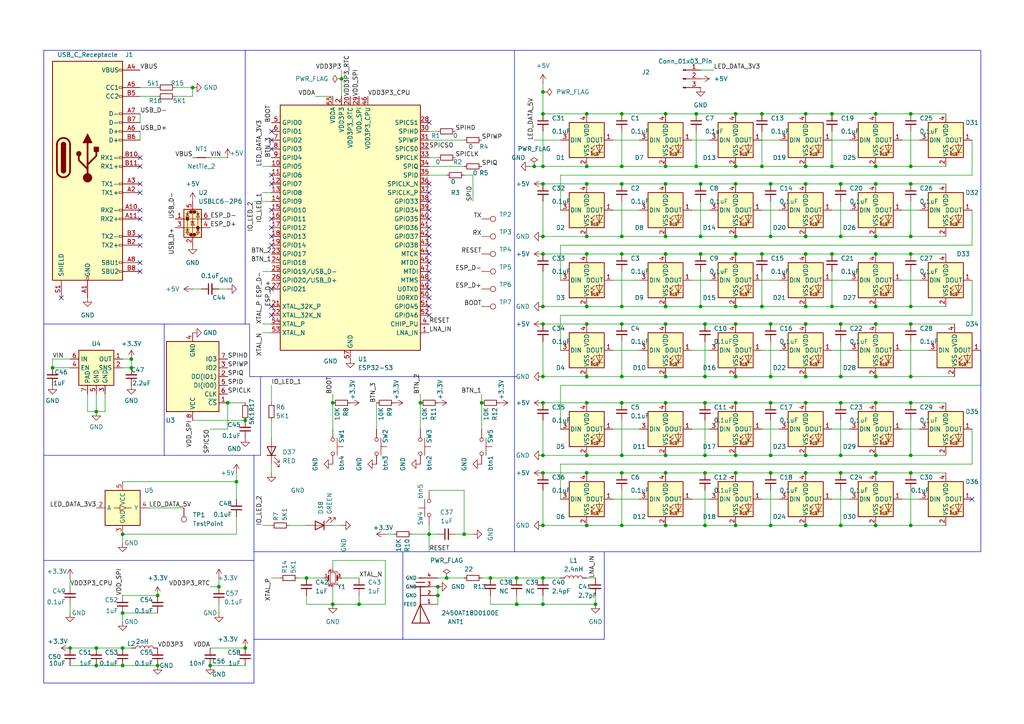
<source format=kicad_sch>
(kicad_sch (version 20231120) (generator "eeschema") (generator_version "8.0")
  (paper "A4")
  (title_block (title "PixelClick") (date "2024-09-13") (company "Prince Lee"))
  (lib_symbols
    (symbol "2450AT18D0100E:2450AT18D0100E" (pin_names (offset 1.016))
      (property "Reference" "ANT?" (at -12.7 5.08 0))
      (property "Value" "2450AT18D0100E" (at -22.86 2.54 0))
      (symbol "2450AT18D0100E_0_0"
        (pin input line (at -5.08 0 0) (length 5.08) (name "FEED") (number "1"))
      )
      (symbol "2450AT18D0100E_1_0"
        (pin power_in line (at -5.08 -2.54 0) (length 5.08) (name "GND") (number "2"))
        (pin power_in line (at -5.08 -5.08 0) (length 5.08) (name "GND") (number "3"))
        (pin power_in line (at -5.08 -7.62 0) (length 5.08) (name "GND") (number "4"))
      )
    )
    (symbol "Connector:Conn_01x03_Pin" (pin_names (offset 1.016) hide)
      (property "Reference" "J" (at 0 5.08 0))
      (property "Value" "Conn_01x03_Pin" (at 0 -5.08 0))
      (symbol "Conn_01x03_Pin_1_1"
        (pin passive line (at 5.08 2.54 180) (length 3.81) (name "Pin_1") (number "1"))
        (pin passive line (at 5.08 0 180) (length 3.81) (name "Pin_2") (number "2"))
        (pin passive line (at 5.08 -2.54 180) (length 3.81) (name "Pin_3") (number "3"))
      )
    )
    (symbol "Connector:TestPoint" (pin_numbers hide) (pin_names (offset 0.762) hide)
      (property "Reference" "TP" (at 0 6.858 0))
      (property "Value" "TestPoint" (at 0 5.08 0))
      (symbol "TestPoint_1_1"
        (pin passive line (at 0 0 90) (length 2.54) (name "1") (number "1"))
      )
    )
    (symbol "Connector:USB_C_Receptacle" (pin_names (offset 1.016))
      (property "Reference" "J" (at -10.16 29.21 0))
      (property "Value" "USB_C_Receptacle" (at 10.16 29.21 0))
      (symbol "USB_C_Receptacle_1_1"
        (pin passive line (at 0 -40.64 90) (length 5.08) (name "GND") (number "A1"))
        (pin bidirectional line (at 15.24 -15.24 180) (length 5.08) (name "RX2-") (number "A10"))
        (pin bidirectional line (at 15.24 -17.78 180) (length 5.08) (name "RX2+") (number "A11"))
        (pin passive line (at 0 -40.64 90) (length 5.08) hide (name "GND") (number "A12"))
        (pin bidirectional line (at 15.24 -10.16 180) (length 5.08) (name "TX1+") (number "A2"))
        (pin bidirectional line (at 15.24 -7.62 180) (length 5.08) (name "TX1-") (number "A3"))
        (pin passive line (at 15.24 25.4 180) (length 5.08) (name "VBUS") (number "A4"))
        (pin bidirectional line (at 15.24 20.32 180) (length 5.08) (name "CC1") (number "A5"))
        (pin bidirectional line (at 15.24 7.62 180) (length 5.08) (name "D+") (number "A6"))
        (pin bidirectional line (at 15.24 12.7 180) (length 5.08) (name "D-") (number "A7"))
        (pin bidirectional line (at 15.24 -30.48 180) (length 5.08) (name "SBU1") (number "A8"))
        (pin passive line (at 15.24 25.4 180) (length 5.08) hide (name "VBUS") (number "A9"))
        (pin passive line (at 0 -40.64 90) (length 5.08) hide (name "GND") (number "B1"))
        (pin bidirectional line (at 15.24 0 180) (length 5.08) (name "RX1-") (number "B10"))
        (pin bidirectional line (at 15.24 -2.54 180) (length 5.08) (name "RX1+") (number "B11"))
        (pin passive line (at 0 -40.64 90) (length 5.08) hide (name "GND") (number "B12"))
        (pin bidirectional line (at 15.24 -25.4 180) (length 5.08) (name "TX2+") (number "B2"))
        (pin bidirectional line (at 15.24 -22.86 180) (length 5.08) (name "TX2-") (number "B3"))
        (pin passive line (at 15.24 25.4 180) (length 5.08) hide (name "VBUS") (number "B4"))
        (pin bidirectional line (at 15.24 17.78 180) (length 5.08) (name "CC2") (number "B5"))
        (pin bidirectional line (at 15.24 5.08 180) (length 5.08) (name "D+") (number "B6"))
        (pin bidirectional line (at 15.24 10.16 180) (length 5.08) (name "D-") (number "B7"))
        (pin bidirectional line (at 15.24 -33.02 180) (length 5.08) (name "SBU2") (number "B8"))
        (pin passive line (at 15.24 25.4 180) (length 5.08) hide (name "VBUS") (number "B9"))
        (pin passive line (at -7.62 -40.64 90) (length 5.08) (name "SHIELD") (number "S1"))
      )
    )
    (symbol "Device:C_Small" (pin_numbers hide) (pin_names (offset 0.254) hide)
      (property "Reference" "C" (at 0.254 1.778 0))
      (property "Value" "C_Small" (at 0.254 -2.032 0))
      (symbol "C_Small_1_1"
        (pin passive line (at 0 2.54 270) (length 2.032) (name "~") (number "1"))
        (pin passive line (at 0 -2.54 90) (length 2.032) (name "~") (number "2"))
      )
    )
    (symbol "Device:Crystal_GND24_Small" (pin_names (offset 1.016) hide)
      (property "Reference" "Y" (at 1.27 4.445 0))
      (property "Value" "Crystal_GND24_Small" (at 1.27 2.54 0))
      (symbol "Crystal_GND24_Small_1_1"
        (pin passive line (at -2.54 0 0) (length 1.27) (name "1") (number "1"))
        (pin passive line (at 0 -2.54 90) (length 0.635) (name "2") (number "2"))
        (pin passive line (at 2.54 0 180) (length 1.27) (name "3") (number "3"))
        (pin passive line (at 0 2.54 270) (length 0.635) (name "4") (number "4"))
      )
    )
    (symbol "Device:L" (pin_numbers hide) (pin_names (offset 1.016) hide)
      (property "Reference" "L" (at -1.27 0 90))
      (property "Value" "L" (at 1.905 0 90))
      (symbol "L_1_1"
        (pin passive line (at 0 3.81 270) (length 1.27) (name "1") (number "1"))
        (pin passive line (at 0 -3.81 90) (length 1.27) (name "2") (number "2"))
      )
    )
    (symbol "Device:LED" (pin_numbers hide) (pin_names (offset 1.016) hide)
      (property "Reference" "D" (at 0 2.54 0))
      (property "Value" "LED" (at 0 -2.54 0))
      (symbol "LED_1_1"
        (pin passive line (at -3.81 0 0) (length 2.54) (name "K") (number "1"))
        (pin passive line (at 3.81 0 180) (length 2.54) (name "A") (number "2"))
      )
    )
    (symbol "Device:NetTie_2" (pin_numbers hide) (pin_names (offset 0) hide) (in_bom no)
      (property "Reference" "NT" (at 0 1.27 0))
      (property "Value" "NetTie_2" (at 0 -1.27 0))
      (symbol "NetTie_2_1_1"
        (pin passive line (at -2.54 0 0) (length 2.54) (name "1") (number "1"))
        (pin passive line (at 2.54 0 180) (length 2.54) (name "2") (number "2"))
      )
    )
    (symbol "Device:R_Small" (pin_numbers hide) (pin_names (offset 0.254) hide)
      (property "Reference" "R" (at 0.762 0.508 0))
      (property "Value" "R_Small" (at 0.762 -1.016 0))
      (symbol "R_Small_1_1"
        (pin passive line (at 0 2.54 270) (length 0.762) (name "~") (number "1"))
        (pin passive line (at 0 -2.54 90) (length 0.762) (name "~") (number "2"))
      )
    )
    (symbol "LED:SK6805" (pin_names (offset 0.254))
      (property "Reference" "D" (at 5.08 5.715 0))
      (property "Value" "SK6805" (at 1.27 -5.715 0))
      (symbol "SK6805_0_0"
        (text "RGB" (at 2.286 -4.191 0) (effects (font (size 0.762 0.762))))
      )
      (symbol "SK6805_1_1"
        (pin output line (at 7.62 0 180) (length 2.54) (name "DOUT") (number "1"))
        (pin power_in line (at 0 -7.62 90) (length 2.54) (name "VSS") (number "2"))
        (pin input line (at -7.62 0 0) (length 2.54) (name "DIN") (number "3"))
        (pin power_in line (at 0 7.62 270) (length 2.54) (name "VDD") (number "4"))
      )
    )
    (symbol "Logic_LevelTranslator:SN74LV1T34DBV"
      (property "Reference" "U" (at 5.08 6.35 0))
      (property "Value" "SN74LV1T34DBV" (at 5.08 3.81 0))
      (symbol "SN74LV1T34DBV_1_1"
        (pin no_connect line (at -5.08 2.54 0) (length 2.54) hide (name "NC") (number "1"))
        (pin input line (at -7.62 0 0) (length 2.54) (name "A") (number "2"))
        (pin power_in line (at 0 -7.62 90) (length 2.54) (name "GND") (number "3"))
        (pin output line (at 7.62 0 180) (length 2.54) (name "Y") (number "4"))
        (pin power_in line (at 0 7.62 270) (length 2.54) (name "VCC") (number "5"))
      )
    )
    (symbol "MCU_Espressif:ESP32-S3"
      (property "Reference" "U" (at 10.16 -38.1 0))
      (property "Value" "ESP32-S3" (at 13.97 -40.64 0))
      (symbol "ESP32-S3_1_0"
        (pin bidirectional line (at 22.86 12.7 180) (length 2.54) (name "SPICLK_N") (number "36"))
        (pin bidirectional line (at 22.86 -10.16 180) (length 2.54) (name "MTDO") (number "45"))
        (pin bidirectional line (at 22.86 -22.86 180) (length 2.54) (name "GPIO45") (number "51"))
        (pin passive line (at -5.08 38.1 270) (length 2.54) hide (name "VDDA") (number "56"))
      )
      (symbol "ESP32-S3_1_1"
        (pin bidirectional line (at 22.86 -30.48 180) (length 2.54) (name "LNA_IN") (number "1"))
        (pin bidirectional line (at -22.86 17.78 0) (length 2.54) (name "GPIO5") (number "10"))
        (pin bidirectional line (at -22.86 15.24 0) (length 2.54) (name "GPIO6") (number "11"))
        (pin bidirectional line (at -22.86 12.7 0) (length 2.54) (name "GPIO7") (number "12"))
        (pin bidirectional line (at -22.86 10.16 0) (length 2.54) (name "GPIO8") (number "13"))
        (pin bidirectional line (at -22.86 7.62 0) (length 2.54) (name "GPIO9") (number "14"))
        (pin bidirectional line (at -22.86 5.08 0) (length 2.54) (name "GPIO10") (number "15"))
        (pin bidirectional line (at -22.86 2.54 0) (length 2.54) (name "GPIO11") (number "16"))
        (pin bidirectional line (at -22.86 0 0) (length 2.54) (name "GPIO12") (number "17"))
        (pin bidirectional line (at -22.86 -2.54 0) (length 2.54) (name "GPIO13") (number "18"))
        (pin bidirectional line (at -22.86 -5.08 0) (length 2.54) (name "GPIO14") (number "19"))
        (pin power_in line (at -2.54 38.1 270) (length 2.54) (name "VDD3P3") (number "2"))
        (pin power_in line (at 0 38.1 270) (length 2.54) (name "VDD3P3_RTC") (number "20"))
        (pin passive line (at -22.86 -22.86 0) (length 2.54) (name "XTAL_32K_P") (number "21"))
        (pin passive line (at -22.86 -25.4 0) (length 2.54) (name "XTAL_32K_N") (number "22"))
        (pin bidirectional line (at -22.86 -7.62 0) (length 2.54) (name "GPIO17") (number "23"))
        (pin bidirectional line (at -22.86 -10.16 0) (length 2.54) (name "GPIO18") (number "24"))
        (pin bidirectional line (at -22.86 -12.7 0) (length 2.54) (name "GPIO19/USB_D-") (number "25"))
        (pin bidirectional line (at -22.86 -15.24 0) (length 2.54) (name "GPIO20/USB_D+") (number "26"))
        (pin bidirectional line (at -22.86 -17.78 0) (length 2.54) (name "GPIO21") (number "27"))
        (pin bidirectional line (at 22.86 30.48 180) (length 2.54) (name "SPICS1") (number "28"))
        (pin power_in line (at 2.54 38.1 270) (length 2.54) (name "VDD_SPI") (number "29"))
        (pin passive line (at -2.54 38.1 270) (length 2.54) hide (name "VDD3P3") (number "3"))
        (pin bidirectional line (at 22.86 27.94 180) (length 2.54) (name "SPIHD") (number "30"))
        (pin bidirectional line (at 22.86 25.4 180) (length 2.54) (name "SPIWP") (number "31"))
        (pin bidirectional line (at 22.86 22.86 180) (length 2.54) (name "SPICS0") (number "32"))
        (pin bidirectional line (at 22.86 20.32 180) (length 2.54) (name "SPICLK") (number "33"))
        (pin bidirectional line (at 22.86 17.78 180) (length 2.54) (name "SPIQ") (number "34"))
        (pin bidirectional line (at 22.86 15.24 180) (length 2.54) (name "SPID") (number "35"))
        (pin bidirectional line (at 22.86 10.16 180) (length 2.54) (name "SPICLK_P") (number "37"))
        (pin bidirectional line (at 22.86 7.62 180) (length 2.54) (name "GPIO33") (number "38"))
        (pin bidirectional line (at 22.86 5.08 180) (length 2.54) (name "GPIO34") (number "39"))
        (pin input line (at 22.86 -27.94 180) (length 2.54) (name "CHIP_PU") (number "4"))
        (pin bidirectional line (at 22.86 2.54 180) (length 2.54) (name "GPIO35") (number "40"))
        (pin bidirectional line (at 22.86 0 180) (length 2.54) (name "GPIO36") (number "41"))
        (pin bidirectional line (at 22.86 -2.54 180) (length 2.54) (name "GPIO37") (number "42"))
        (pin bidirectional line (at 22.86 -5.08 180) (length 2.54) (name "GPIO38") (number "43"))
        (pin bidirectional line (at 22.86 -7.62 180) (length 2.54) (name "MTCK") (number "44"))
        (pin power_in line (at 5.08 38.1 270) (length 2.54) (name "VDD3P3_CPU") (number "46"))
        (pin bidirectional line (at 22.86 -12.7 180) (length 2.54) (name "MTDI") (number "47"))
        (pin bidirectional line (at 22.86 -15.24 180) (length 2.54) (name "MTMS") (number "48"))
        (pin bidirectional line (at 22.86 -17.78 180) (length 2.54) (name "U0TXD") (number "49"))
        (pin bidirectional line (at -22.86 30.48 0) (length 2.54) (name "GPIO0") (number "5"))
        (pin bidirectional line (at 22.86 -20.32 180) (length 2.54) (name "U0RXD") (number "50"))
        (pin bidirectional line (at 22.86 -25.4 180) (length 2.54) (name "GPIO46") (number "52"))
        (pin output line (at -22.86 -30.48 0) (length 2.54) (name "XTAL_N") (number "53"))
        (pin input line (at -22.86 -27.94 0) (length 2.54) (name "XTAL_P") (number "54"))
        (pin power_in line (at -5.08 38.1 270) (length 2.54) (name "VDDA") (number "55"))
        (pin power_in line (at 0 -38.1 90) (length 2.54) (name "GND") (number "57"))
        (pin bidirectional line (at -22.86 27.94 0) (length 2.54) (name "GPIO1") (number "6"))
        (pin bidirectional line (at -22.86 25.4 0) (length 2.54) (name "GPIO2") (number "7"))
        (pin bidirectional line (at -22.86 22.86 0) (length 2.54) (name "GPIO3") (number "8"))
        (pin bidirectional line (at -22.86 20.32 0) (length 2.54) (name "GPIO4") (number "9"))
      )
    )
    (symbol "Memory_Flash:W25Q128JVS"
      (property "Reference" "U" (at -8.89 8.89 0))
      (property "Value" "W25Q128JVS" (at 7.62 8.89 0))
      (symbol "W25Q128JVS_1_1"
        (pin input line (at -10.16 7.62 0) (length 2.54) (name "~{CS}") (number "1"))
        (pin bidirectional line (at -10.16 0 0) (length 2.54) (name "DO(IO1)") (number "2"))
        (pin bidirectional line (at -10.16 -2.54 0) (length 2.54) (name "IO2") (number "3"))
        (pin power_in line (at 0 -12.7 90) (length 2.54) (name "GND") (number "4"))
        (pin bidirectional line (at -10.16 2.54 0) (length 2.54) (name "DI(IO0)") (number "5"))
        (pin input line (at -10.16 5.08 0) (length 2.54) (name "CLK") (number "6"))
        (pin bidirectional line (at -10.16 -5.08 0) (length 2.54) (name "IO3") (number "7"))
        (pin power_in line (at 0 12.7 270) (length 2.54) (name "VCC") (number "8"))
      )
    )
    (symbol "Power_Protection:USBLC6-2P6" (pin_names hide)
      (property "Reference" "U" (at 0.635 5.715 0))
      (property "Value" "USBLC6-2P6" (at 0.635 3.81 0))
      (symbol "USBLC6-2P6_1_1"
        (pin passive line (at -5.08 0 0) (length 2.54) (name "I/O1") (number "1"))
        (pin passive line (at 0 -7.62 90) (length 2.54) (name "GND") (number "2"))
        (pin passive line (at -5.08 -2.54 0) (length 2.54) (name "I/O2") (number "3"))
        (pin passive line (at 5.08 -2.54 180) (length 2.54) (name "I/O2") (number "4"))
        (pin passive line (at 0 5.08 270) (length 2.54) (name "VBUS") (number "5"))
        (pin passive line (at 5.08 0 180) (length 2.54) (name "I/O1") (number "6"))
      )
    )
    (symbol "Regulator_Linear:TLV76733DRVx"
      (property "Reference" "U?" (at 0 9.525 0))
      (property "Value" "TLV76733DRVx" (at 0 6.985 0))
      (symbol "TLV76733DRVx_1_1"
        (pin power_out line (at 7.62 2.54 180) (length 2.54) (name "OUT") (number "1"))
        (pin input line (at 7.62 0 180) (length 2.54) (name "SNS") (number "2"))
        (pin power_in line (at 2.54 -7.62 90) (length 2.54) (name "GND") (number "3"))
        (pin input line (at -7.62 0 0) (length 2.54) (name "EN") (number "4"))
        (pin power_in line (at 0 -7.62 90) (length 2.54) (name "GND") (number "5"))
        (pin power_in line (at -7.62 2.54 0) (length 2.54) (name "IN") (number "6"))
        (pin passive line (at -2.54 -7.62 90) (length 2.54) (name "PAD") (number "7"))
      )
    )
    (symbol "Switch:SW_Push" (pin_numbers hide) (pin_names (offset 1.016) hide)
      (property "Reference" "SW" (at 1.27 2.54 0))
      (property "Value" "SW_Push" (at 0 -1.524 0))
      (symbol "SW_Push_0_1"
        (pin passive line (at -5.08 0 0) (length 2.54) (name "1") (number "1"))
        (pin passive line (at 5.08 0 180) (length 2.54) (name "2") (number "2"))
      )
    )
    (symbol "power:+3.3V" (power) (pin_numbers hide) (pin_names (offset 0) hide)
      (property "Value" "+3.3V" (at 0 3.556 0))
      (symbol "+3.3V_1_1"
        (pin power_in line (at 0 0 90) (length 0) (name "~") (number "1"))
      )
    )
    (symbol "power:+5V" (power) (pin_numbers hide) (pin_names (offset 0) hide)
      (property "Value" "+5V" (at 0 3.556 0))
      (symbol "+5V_1_1"
        (pin power_in line (at 0 0 90) (length 0) (name "~") (number "1"))
      )
    )
    (symbol "power:GND" (power) (pin_numbers hide) (pin_names (offset 0) hide)
      (property "Value" "GND" (at 0 -3.81 0))
      (symbol "GND_1_1"
        (pin power_in line (at 0 0 270) (length 0) (name "~") (number "1"))
      )
    )
    (symbol "power:PWR_FLAG" (power) (pin_numbers hide) (pin_names (offset 0) hide)
      (property "Value" "PWR_FLAG" (at 0 3.81 0))
      (symbol "PWR_FLAG_0_0"
        (pin power_out line (at 0 0 90) (length 0) (name "~") (number "1"))
      )
    )
  )
  (junction (at 193.04 73.66))
  (junction (at 203.2 53.34))
  (junction (at 157.48 68.58))
  (junction (at 170.18 152.4))
  (junction (at 233.68 48.26))
  (junction (at 223.52 68.58))
  (junction (at 157.48 26.67))
  (junction (at 149.86 175.26))
  (junction (at 170.18 48.26))
  (junction (at 233.68 68.58))
  (junction (at 203.2 73.66))
  (junction (at 264.16 33.02))
  (junction (at 157.48 48.26))
  (junction (at 213.36 48.26))
  (junction (at 264.16 152.4))
  (junction (at 172.72 175.26))
  (junction (at 203.2 68.58))
  (junction (at 223.52 53.34))
  (junction (at 213.36 132.08))
  (junction (at 180.34 137.16))
  (junction (at 99.06 22.86))
  (junction (at 254 73.66))
  (junction (at 170.18 33.02))
  (junction (at 180.34 73.66))
  (junction (at 213.36 88.9))
  (junction (at 204.47 137.16))
  (junction (at 60.96 193.04))
  (junction (at 241.3 73.66))
  (junction (at 254 152.4))
  (junction (at 223.52 93.98))
  (junction (at 127 170.18))
  (junction (at 157.48 88.9))
  (junction (at 204.47 132.08))
  (junction (at 35.56 154.94))
  (junction (at 223.52 152.4))
  (junction (at 104.14 175.26))
  (junction (at 142.24 167.64))
  (junction (at 254 137.16))
  (junction (at 243.84 93.98))
  (junction (at 241.3 33.02))
  (junction (at 45.72 172.72))
  (junction (at 193.04 48.26))
  (junction (at 157.48 73.66))
  (junction (at 139.7 116.84))
  (junction (at 157.48 53.34))
  (junction (at 243.84 152.4))
  (junction (at 96.52 116.84))
  (junction (at 121.92 116.84))
  (junction (at 213.36 53.34))
  (junction (at 193.04 109.22))
  (junction (at 170.18 88.9))
  (junction (at 193.04 93.98))
  (junction (at 264.16 137.16))
  (junction (at 170.18 132.08))
  (junction (at 233.68 137.16))
  (junction (at 180.34 53.34))
  (junction (at 213.36 68.58))
  (junction (at 213.36 73.66))
  (junction (at 154.94 48.26))
  (junction (at 193.04 137.16))
  (junction (at 180.34 109.22))
  (junction (at 204.47 116.84))
  (junction (at 201.93 33.02))
  (junction (at 193.04 152.4))
  (junction (at 220.98 48.26))
  (junction (at 193.04 53.34))
  (junction (at 233.68 132.08))
  (junction (at 241.3 48.26))
  (junction (at 254 132.08))
  (junction (at 204.47 93.98))
  (junction (at 264.16 93.98))
  (junction (at 193.04 68.58))
  (junction (at 233.68 53.34))
  (junction (at 213.36 109.22))
  (junction (at 264.16 88.9))
  (junction (at 35.56 177.8))
  (junction (at 180.34 68.58))
  (junction (at 71.12 187.96))
  (junction (at 254 33.02))
  (junction (at 71.12 121.92))
  (junction (at 170.18 93.98))
  (junction (at 180.34 93.98))
  (junction (at 170.18 137.16))
  (junction (at 233.68 116.84))
  (junction (at 157.48 132.08))
  (junction (at 220.98 88.9))
  (junction (at 203.2 88.9))
  (junction (at 243.84 68.58))
  (junction (at 193.04 132.08))
  (junction (at 134.62 154.94))
  (junction (at 223.52 109.22))
  (junction (at 27.94 187.96))
  (junction (at 220.98 33.02))
  (junction (at 157.48 175.26))
  (junction (at 180.34 116.84))
  (junction (at 223.52 137.16))
  (junction (at 45.72 193.04))
  (junction (at 233.68 109.22))
  (junction (at 157.48 93.98))
  (junction (at 233.68 152.4))
  (junction (at 180.34 152.4))
  (junction (at 243.84 137.16))
  (junction (at 254 93.98))
  (junction (at 149.86 167.64))
  (junction (at 193.04 88.9))
  (junction (at 213.36 93.98))
  (junction (at 204.47 152.4))
  (junction (at 180.34 132.08))
  (junction (at 20.32 187.96))
  (junction (at 264.16 48.26))
  (junction (at 254 88.9))
  (junction (at 88.9 167.64))
  (junction (at 220.98 73.66))
  (junction (at 180.34 88.9))
  (junction (at 157.48 33.02))
  (junction (at 193.04 33.02))
  (junction (at 157.48 137.16))
  (junction (at 27.94 193.04))
  (junction (at 127 172.72))
  (junction (at 157.48 167.64))
  (junction (at 68.58 139.7))
  (junction (at 264.16 68.58))
  (junction (at 213.36 116.84))
  (junction (at 129.54 167.64))
  (junction (at 170.18 73.66))
  (junction (at 180.34 33.02))
  (junction (at 243.84 116.84))
  (junction (at 241.3 88.9))
  (junction (at 223.52 116.84))
  (junction (at 38.1 104.14))
  (junction (at 157.48 109.22))
  (junction (at 170.18 68.58))
  (junction (at 35.56 187.96))
  (junction (at 124.46 154.94))
  (junction (at 254 116.84))
  (junction (at 243.84 109.22))
  (junction (at 264.16 53.34))
  (junction (at 233.68 73.66))
  (junction (at 264.16 73.66))
  (junction (at 38.1 106.68))
  (junction (at 201.93 48.26))
  (junction (at 170.18 109.22))
  (junction (at 213.36 33.02))
  (junction (at 213.36 152.4))
  (junction (at 233.68 33.02))
  (junction (at 96.52 175.26))
  (junction (at 243.84 53.34))
  (junction (at 55.88 25.4))
  (junction (at 63.5 170.18))
  (junction (at 66.04 116.84))
  (junction (at 213.36 137.16))
  (junction (at 170.18 116.84))
  (junction (at 223.52 132.08))
  (junction (at 264.16 132.08))
  (junction (at 27.94 119.38))
  (junction (at 254 48.26))
  (junction (at 264.16 116.84))
  (junction (at 157.48 116.84))
  (junction (at 254 53.34))
  (junction (at 254 109.22))
  (junction (at 15.24 106.68))
  (junction (at 233.68 88.9))
  (junction (at 264.16 109.22))
  (junction (at 180.34 48.26))
  (junction (at 193.04 116.84))
  (junction (at 170.18 53.34))
  (junction (at 204.47 109.22))
  (junction (at 233.68 93.98))
  (junction (at 254 68.58))
  (junction (at 157.48 152.4))
  (junction (at 243.84 132.08))
  (junction (at 35.56 193.04))
  (no_connect (at 78.74 66.04))
  (no_connect (at 40.64 68.58))
  (no_connect (at 40.64 63.5))
  (no_connect (at 124.46 63.5))
  (no_connect (at 124.46 88.9))
  (no_connect (at 40.64 53.34))
  (no_connect (at 124.46 66.04))
  (no_connect (at 124.46 35.56))
  (no_connect (at 124.46 55.88))
  (no_connect (at 78.74 63.5))
  (no_connect (at 78.74 83.82))
  (no_connect (at 78.74 71.12))
  (no_connect (at 124.46 73.66))
  (no_connect (at 78.74 43.18))
  (no_connect (at 40.64 55.88))
  (no_connect (at 78.74 88.9))
  (no_connect (at 40.64 45.72))
  (no_connect (at 17.78 86.36))
  (no_connect (at 40.64 78.74))
  (no_connect (at 124.46 76.2))
  (no_connect (at 40.64 48.26))
  (no_connect (at 40.64 71.12))
  (no_connect (at 124.46 71.12))
  (no_connect (at 78.74 91.44))
  (no_connect (at 78.74 60.96))
  (no_connect (at 124.46 68.58))
  (no_connect (at 124.46 58.42))
  (no_connect (at 124.46 60.96))
  (no_connect (at 124.46 53.34))
  (no_connect (at 40.64 60.96))
  (no_connect (at 78.74 53.34))
  (no_connect (at 124.46 86.36))
  (no_connect (at 124.46 91.44))
  (no_connect (at 78.74 38.1))
  (no_connect (at 78.74 40.64))
  (no_connect (at 124.46 81.28))
  (no_connect (at 281.94 144.78))
  (no_connect (at 124.46 83.82))
  (no_connect (at 124.46 78.74))
  (no_connect (at 78.74 68.58))
  (no_connect (at 78.74 50.8))
  (no_connect (at 40.64 76.2))
  (polyline (pts (xy 72.39 109.22) (xy 72.39 93.98)))
  (polyline (pts (xy 12.7 93.98) (xy 12.7 14.605)))
  (wire (pts (xy 264.16 73.66) (xy 274.32 73.66)))
  (wire (pts (xy 204.47 142.24) (xy 204.47 152.4)))
  (wire (pts (xy 220.98 124.46) (xy 226.06 124.46)))
  (wire (pts (xy 162.56 81.28) (xy 162.56 71.12)))
  (wire (pts (xy 201.93 33.02) (xy 213.36 33.02)))
  (wire (pts (xy 55.88 121.92) (xy 71.12 121.92)))
  (wire (pts (xy 27.94 193.04) (xy 35.56 193.04)))
  (wire (pts (xy 83.82 152.4) (xy 88.9 152.4)))
  (wire (pts (xy 134.62 154.94) (xy 137.16 154.94)))
  (wire (pts (xy 153.67 48.26) (xy 154.94 48.26)))
  (polyline (pts (xy 12.7 162.56) (xy 12.7 132.08)))
  (wire (pts (xy 223.52 121.92) (xy 223.52 132.08)))
  (wire (pts (xy 180.34 152.4) (xy 193.04 152.4)))
  (wire (pts (xy 129.54 167.64) (xy 134.62 167.64)))
  (wire (pts (xy 157.48 38.1) (xy 157.48 48.26)))
  (polyline (pts (xy 71.12 14.605) (xy 71.12 76.2)))
  (wire (pts (xy 157.48 172.72) (xy 157.48 175.26)))
  (wire (pts (xy 177.8 60.96) (xy 185.42 60.96)))
  (wire (pts (xy 68.58 139.7) (xy 68.58 144.78)))
  (wire (pts (xy 223.52 132.08) (xy 233.68 132.08)))
  (wire (pts (xy 284.48 111.76) (xy 284.48 101.6)))
  (wire (pts (xy 60.96 45.72) (xy 66.04 45.72)))
  (wire (pts (xy 223.52 99.06) (xy 223.52 109.22)))
  (wire (pts (xy 241.3 144.78) (xy 246.38 144.78)))
  (wire (pts (xy 27.94 119.38) (xy 30.48 119.38)))
  (wire (pts (xy 264.16 78.74) (xy 264.16 88.9)))
  (wire (pts (xy 213.36 93.98) (xy 223.52 93.98)))
  (wire (pts (xy 180.34 116.84) (xy 193.04 116.84)))
  (wire (pts (xy 243.84 116.84) (xy 254 116.84)))
  (wire (pts (xy 127 167.64) (xy 129.54 167.64)))
  (wire (pts (xy 213.36 53.34) (xy 223.52 53.34)))
  (wire (pts (xy 220.98 88.9) (xy 233.68 88.9)))
  (wire (pts (xy 223.52 93.98) (xy 233.68 93.98)))
  (wire (pts (xy 264.16 53.34) (xy 274.32 53.34)))
  (wire (pts (xy 204.47 121.92) (xy 204.47 132.08)))
  (wire (pts (xy 99.06 22.86) (xy 99.06 27.94)))
  (wire (pts (xy 15.24 104.14) (xy 20.32 104.14)))
  (polyline (pts (xy 71.12 76.2) (xy 71.12 76.2)))
  (wire (pts (xy 137.16 58.42) (xy 137.16 50.8)))
  (polyline (pts (xy 71.12 93.98) (xy 12.7 93.98)))
  (wire (pts (xy 261.62 40.64) (xy 266.7 40.64)))
  (wire (pts (xy 35.56 157.48) (xy 35.56 154.94)))
  (wire (pts (xy 213.36 132.08) (xy 223.52 132.08)))
  (wire (pts (xy 55.88 27.94) (xy 55.88 25.4)))
  (wire (pts (xy 264.16 93.98) (xy 276.86 93.98)))
  (wire (pts (xy 20.32 175.26) (xy 20.32 177.8)))
  (wire (pts (xy 213.36 68.58) (xy 223.52 68.58)))
  (polyline (pts (xy 71.12 93.98) (xy 71.12 76.2)))
  (wire (pts (xy 170.18 93.98) (xy 180.34 93.98)))
  (wire (pts (xy 261.62 60.96) (xy 266.7 60.96)))
  (wire (pts (xy 180.34 137.16) (xy 193.04 137.16)))
  (wire (pts (xy 220.98 101.6) (xy 226.06 101.6)))
  (wire (pts (xy 193.04 53.34) (xy 203.2 53.34)))
  (wire (pts (xy 162.56 101.6) (xy 162.56 91.44)))
  (wire (pts (xy 213.36 33.02) (xy 220.98 33.02)))
  (wire (pts (xy 213.36 73.66) (xy 220.98 73.66)))
  (wire (pts (xy 76.2 55.88) (xy 78.74 55.88)))
  (wire (pts (xy 204.47 137.16) (xy 213.36 137.16)))
  (wire (pts (xy 180.34 38.1) (xy 180.34 48.26)))
  (polyline (pts (xy 116.84 185.42) (xy 73.66 185.42)))
  (wire (pts (xy 177.8 144.78) (xy 185.42 144.78)))
  (wire (pts (xy 76.2 152.4) (xy 78.74 152.4)))
  (wire (pts (xy 157.48 116.84) (xy 170.18 116.84)))
  (wire (pts (xy 35.56 172.72) (xy 45.72 172.72)))
  (wire (pts (xy 149.86 172.72) (xy 149.86 175.26)))
  (wire (pts (xy 38.1 104.14) (xy 38.1 106.68)))
  (wire (pts (xy 96.52 162.56) (xy 111.76 162.56)))
  (polyline (pts (xy 12.7 198.12) (xy 12.7 162.56)))
  (wire (pts (xy 233.68 109.22) (xy 243.84 109.22)))
  (wire (pts (xy 127 172.72) (xy 127 170.18)))
  (wire (pts (xy 20.32 167.64) (xy 20.32 170.18)))
  (wire (pts (xy 241.3 73.66) (xy 254 73.66)))
  (wire (pts (xy 180.34 121.92) (xy 180.34 132.08)))
  (wire (pts (xy 88.9 167.64) (xy 93.98 167.64)))
  (wire (pts (xy 204.47 93.98) (xy 213.36 93.98)))
  (polyline (pts (xy 73.66 109.22) (xy 72.39 109.22)))
  (wire (pts (xy 204.47 116.84) (xy 213.36 116.84)))
  (wire (pts (xy 157.48 142.24) (xy 157.48 152.4)))
  (polyline (pts (xy 12.7 132.08) (xy 12.7 93.98)))
  (wire (pts (xy 200.66 40.64) (xy 205.74 40.64)))
  (wire (pts (xy 193.04 48.26) (xy 201.93 48.26)))
  (wire (pts (xy 157.48 109.22) (xy 170.18 109.22)))
  (wire (pts (xy 193.04 116.84) (xy 204.47 116.84)))
  (wire (pts (xy 162.56 60.96) (xy 162.56 50.8)))
  (wire (pts (xy 180.34 68.58) (xy 193.04 68.58)))
  (wire (pts (xy 223.52 137.16) (xy 233.68 137.16)))
  (wire (pts (xy 99.06 167.64) (xy 104.14 167.64)))
  (wire (pts (xy 40.64 25.4) (xy 45.72 25.4)))
  (polyline (pts (xy 73.66 162.56) (xy 12.7 162.56)))
  (wire (pts (xy 233.68 73.66) (xy 241.3 73.66)))
  (wire (pts (xy 281.94 50.8) (xy 281.94 40.64)))
  (wire (pts (xy 96.52 170.18) (xy 96.52 175.26)))
  (wire (pts (xy 281.94 71.12) (xy 281.94 60.96)))
  (wire (pts (xy 111.76 154.94) (xy 114.3 154.94)))
  (wire (pts (xy 124.46 45.72) (xy 127 45.72)))
  (wire (pts (xy 264.16 58.42) (xy 264.16 68.58)))
  (wire (pts (xy 63.5 83.82) (xy 66.04 83.82)))
  (wire (pts (xy 55.88 25.4) (xy 50.8 25.4)))
  (polyline (pts (xy 116.84 160.02) (xy 116.84 185.42)))
  (wire (pts (xy 132.08 154.94) (xy 134.62 154.94)))
  (wire (pts (xy 96.52 165.1) (xy 96.52 162.56)))
  (wire (pts (xy 180.34 142.24) (xy 180.34 152.4)))
  (wire (pts (xy 162.56 91.44) (xy 281.94 91.44)))
  (wire (pts (xy 96.52 175.26) (xy 104.14 175.26)))
  (wire (pts (xy 180.34 132.08) (xy 193.04 132.08)))
  (wire (pts (xy 35.56 106.68) (xy 38.1 106.68)))
  (wire (pts (xy 223.52 109.22) (xy 233.68 109.22)))
  (wire (pts (xy 220.98 81.28) (xy 226.06 81.28)))
  (wire (pts (xy 162.56 124.46) (xy 162.56 111.76)))
  (wire (pts (xy 203.2 20.32) (xy 207.01 20.32)))
  (wire (pts (xy 30.48 119.38) (xy 30.48 114.3)))
  (wire (pts (xy 193.04 109.22) (xy 204.47 109.22)))
  (wire (pts (xy 203.2 73.66) (xy 213.36 73.66)))
  (wire (pts (xy 172.72 172.72) (xy 172.72 175.26)))
  (wire (pts (xy 281.94 134.62) (xy 281.94 124.46)))
  (wire (pts (xy 254 68.58) (xy 264.16 68.58)))
  (wire (pts (xy 193.04 73.66) (xy 203.2 73.66)))
  (wire (pts (xy 35.56 139.7) (xy 68.58 139.7)))
  (wire (pts (xy 200.66 144.78) (xy 205.74 144.78)))
  (wire (pts (xy 204.47 132.08) (xy 213.36 132.08)))
  (wire (pts (xy 76.2 78.74) (xy 78.74 78.74)))
  (wire (pts (xy 264.16 142.24) (xy 264.16 152.4)))
  (wire (pts (xy 220.98 73.66) (xy 233.68 73.66)))
  (wire (pts (xy 177.8 124.46) (xy 185.42 124.46)))
  (wire (pts (xy 157.48 137.16) (xy 170.18 137.16)))
  (polyline (pts (xy 72.39 93.98) (xy 71.12 93.98)))
  (wire (pts (xy 243.84 137.16) (xy 254 137.16)))
  (wire (pts (xy 264.16 48.26) (xy 274.32 48.26)))
  (wire (pts (xy 180.34 88.9) (xy 193.04 88.9)))
  (wire (pts (xy 157.48 58.42) (xy 157.48 68.58)))
  (wire (pts (xy 157.48 24.13) (xy 157.48 26.67)))
  (wire (pts (xy 157.48 78.74) (xy 157.48 88.9)))
  (wire (pts (xy 180.34 109.22) (xy 193.04 109.22)))
  (polyline (pts (xy 73.66 160.02) (xy 73.66 160.02)))
  (wire (pts (xy 127 172.72) (xy 127 175.26)))
  (wire (pts (xy 243.84 132.08) (xy 254 132.08)))
  (wire (pts (xy 193.04 88.9) (xy 203.2 88.9)))
  (wire (pts (xy 180.34 99.06) (xy 180.34 109.22)))
  (wire (pts (xy 124.46 48.26) (xy 134.62 48.26)))
  (wire (pts (xy 40.64 33.02) (xy 40.64 35.56)))
  (wire (pts (xy 264.16 152.4) (xy 274.32 152.4)))
  (wire (pts (xy 63.5 175.26) (xy 63.5 177.8)))
  (wire (pts (xy 233.68 116.84) (xy 243.84 116.84)))
  (wire (pts (xy 170.18 88.9) (xy 180.34 88.9)))
  (wire (pts (xy 157.48 73.66) (xy 170.18 73.66)))
  (wire (pts (xy 193.04 33.02) (xy 201.93 33.02)))
  (wire (pts (xy 157.48 167.64) (xy 162.56 167.64)))
  (wire (pts (xy 264.16 68.58) (xy 274.32 68.58)))
  (wire (pts (xy 193.04 68.58) (xy 203.2 68.58)))
  (wire (pts (xy 43.18 147.32) (xy 53.34 147.32)))
  (wire (pts (xy 142.24 172.72) (xy 142.24 175.26)))
  (wire (pts (xy 78.74 134.62) (xy 78.74 137.16)))
  (wire (pts (xy 157.48 88.9) (xy 170.18 88.9)))
  (wire (pts (xy 170.18 109.22) (xy 180.34 109.22)))
  (wire (pts (xy 180.34 78.74) (xy 180.34 88.9)))
  (wire (pts (xy 203.2 88.9) (xy 213.36 88.9)))
  (wire (pts (xy 15.24 106.68) (xy 20.32 106.68)))
  (wire (pts (xy 204.47 109.22) (xy 213.36 109.22)))
  (wire (pts (xy 177.8 81.28) (xy 185.42 81.28)))
  (wire (pts (xy 264.16 88.9) (xy 274.32 88.9)))
  (wire (pts (xy 203.2 68.58) (xy 213.36 68.58)))
  (polyline (pts (xy 47.625 93.98) (xy 47.625 132.08)))
  (wire (pts (xy 241.3 60.96) (xy 246.38 60.96)))
  (wire (pts (xy 78.74 121.92) (xy 78.74 127)))
  (wire (pts (xy 170.18 167.64) (xy 172.72 167.64)))
  (wire (pts (xy 157.48 99.06) (xy 157.48 109.22)))
  (wire (pts (xy 254 132.08) (xy 264.16 132.08)))
  (wire (pts (xy 149.86 167.64) (xy 157.48 167.64)))
  (wire (pts (xy 157.48 152.4) (xy 170.18 152.4)))
  (wire (pts (xy 243.84 99.06) (xy 243.84 109.22)))
  (wire (pts (xy 40.64 27.94) (xy 45.72 27.94)))
  (wire (pts (xy 27.94 187.96) (xy 35.56 187.96)))
  (wire (pts (xy 76.2 93.98) (xy 78.74 93.98)))
  (wire (pts (xy 55.88 83.82) (xy 58.42 83.82)))
  (wire (pts (xy 25.4 119.38) (xy 27.94 119.38)))
  (wire (pts (xy 111.76 175.26) (xy 104.14 175.26)))
  (wire (pts (xy 204.47 99.06) (xy 204.47 109.22)))
  (wire (pts (xy 162.56 111.76) (xy 284.48 111.76)))
  (wire (pts (xy 35.56 187.96) (xy 38.1 187.96)))
  (wire (pts (xy 154.94 40.64) (xy 162.56 40.64)))
  (wire (pts (xy 20.32 187.96) (xy 27.94 187.96)))
  (wire (pts (xy 264.16 116.84) (xy 274.32 116.84)))
  (wire (pts (xy 124.46 154.94) (xy 127 154.94)))
  (wire (pts (xy 149.86 175.26) (xy 157.48 175.26)))
  (wire (pts (xy 264.16 137.16) (xy 274.32 137.16)))
  (wire (pts (xy 96.52 116.84) (xy 96.52 124.46)))
  (wire (pts (xy 233.68 33.02) (xy 241.3 33.02)))
  (wire (pts (xy 162.56 134.62) (xy 281.94 134.62)))
  (wire (pts (xy 220.98 38.1) (xy 220.98 48.26)))
  (wire (pts (xy 213.36 109.22) (xy 223.52 109.22)))
  (polyline (pts (xy 47.625 132.08) (xy 12.7 132.08)))
  (wire (pts (xy 264.16 132.08) (xy 274.32 132.08)))
  (wire (pts (xy 66.04 116.84) (xy 71.12 116.84)))
  (wire (pts (xy 109.22 116.84) (xy 109.22 124.46)))
  (wire (pts (xy 157.48 93.98) (xy 170.18 93.98)))
  (wire (pts (xy 76.2 96.52) (xy 78.74 96.52)))
  (wire (pts (xy 233.68 132.08) (xy 243.84 132.08)))
  (wire (pts (xy 170.18 53.34) (xy 180.34 53.34)))
  (wire (pts (xy 170.18 116.84) (xy 180.34 116.84)))
  (polyline (pts (xy 175.26 160.02) (xy 175.26 185.42)))
  (wire (pts (xy 124.46 40.64) (xy 134.62 40.64)))
  (wire (pts (xy 220.98 40.64) (xy 226.06 40.64)))
  (wire (pts (xy 157.48 53.34) (xy 170.18 53.34)))
  (wire (pts (xy 200.66 124.46) (xy 205.74 124.46)))
  (wire (pts (xy 25.4 114.3) (xy 25.4 119.38)))
  (wire (pts (xy 170.18 137.16) (xy 180.34 137.16)))
  (wire (pts (xy 121.92 114.3) (xy 121.92 116.84)))
  (wire (pts (xy 180.34 33.02) (xy 193.04 33.02)))
  (wire (pts (xy 233.68 68.58) (xy 243.84 68.58)))
  (wire (pts (xy 162.56 144.78) (xy 162.56 134.62)))
  (wire (pts (xy 203.2 53.34) (xy 213.36 53.34)))
  (wire (pts (xy 233.68 88.9) (xy 241.3 88.9)))
  (polyline (pts (xy 73.66 132.08) (xy 75.565 132.08)))
  (polyline (pts (xy 73.66 185.42) (xy 73.66 198.12)))
  (wire (pts (xy 27.94 114.3) (xy 27.94 119.38)))
  (wire (pts (xy 254 33.02) (xy 264.16 33.02)))
  (wire (pts (xy 162.56 71.12) (xy 281.94 71.12)))
  (wire (pts (xy 264.16 33.02) (xy 274.32 33.02)))
  (wire (pts (xy 180.34 48.26) (xy 193.04 48.26)))
  (wire (pts (xy 170.18 73.66) (xy 180.34 73.66)))
  (polyline (pts (xy 73.66 109.22) (xy 149.86 109.22)))
  (wire (pts (xy 76.2 48.26) (xy 78.74 48.26)))
  (wire (pts (xy 254 109.22) (xy 264.16 109.22)))
  (wire (pts (xy 254 137.16) (xy 264.16 137.16)))
  (wire (pts (xy 139.7 114.3) (xy 139.7 116.84)))
  (wire (pts (xy 201.93 48.26) (xy 213.36 48.26)))
  (wire (pts (xy 243.84 53.34) (xy 254 53.34)))
  (wire (pts (xy 220.98 48.26) (xy 233.68 48.26)))
  (wire (pts (xy 204.47 152.4) (xy 213.36 152.4)))
  (wire (pts (xy 157.48 33.02) (xy 170.18 33.02)))
  (wire (pts (xy 157.48 121.92) (xy 157.48 132.08)))
  (wire (pts (xy 241.3 33.02) (xy 254 33.02)))
  (polyline (pts (xy 116.84 185.42) (xy 175.26 185.42)))
  (wire (pts (xy 60.96 193.04) (xy 71.12 193.04)))
  (wire (pts (xy 134.62 142.24) (xy 134.62 154.94)))
  (wire (pts (xy 233.68 53.34) (xy 243.84 53.34)))
  (wire (pts (xy 243.84 109.22) (xy 254 109.22)))
  (wire (pts (xy 35.56 104.14) (xy 38.1 104.14)))
  (wire (pts (xy 78.74 111.76) (xy 78.74 116.84)))
  (wire (pts (xy 254 116.84) (xy 264.16 116.84)))
  (wire (pts (xy 88.9 172.72) (xy 88.9 175.26)))
  (wire (pts (xy 142.24 167.64) (xy 149.86 167.64)))
  (wire (pts (xy 68.58 137.16) (xy 68.58 139.7)))
  (wire (pts (xy 261.62 81.28) (xy 266.7 81.28)))
  (polyline (pts (xy 73.66 185.42) (xy 73.66 160.02)))
  (wire (pts (xy 86.36 167.64) (xy 88.9 167.64)))
  (wire (pts (xy 170.18 132.08) (xy 180.34 132.08)))
  (wire (pts (xy 96.52 114.3) (xy 96.52 116.84)))
  (wire (pts (xy 157.48 26.67) (xy 157.48 33.02)))
  (wire (pts (xy 264.16 38.1) (xy 264.16 48.26)))
  (wire (pts (xy 60.96 170.18) (xy 63.5 170.18)))
  (wire (pts (xy 78.74 167.64) (xy 81.28 167.64)))
  (wire (pts (xy 243.84 121.92) (xy 243.84 132.08)))
  (wire (pts (xy 177.8 40.64) (xy 185.42 40.64)))
  (wire (pts (xy 91.44 27.94) (xy 96.52 27.94)))
  (wire (pts (xy 220.98 60.96) (xy 226.06 60.96)))
  (wire (pts (xy 213.36 137.16) (xy 223.52 137.16)))
  (wire (pts (xy 170.18 48.26) (xy 180.34 48.26)))
  (wire (pts (xy 243.84 152.4) (xy 254 152.4)))
  (wire (pts (xy 200.66 81.28) (xy 205.74 81.28)))
  (wire (pts (xy 124.46 160.02) (xy 124.46 154.94)))
  (wire (pts (xy 119.38 154.94) (xy 124.46 154.94)))
  (wire (pts (xy 203.2 58.42) (xy 203.2 68.58)))
  (wire (pts (xy 203.2 78.74) (xy 203.2 88.9)))
  (wire (pts (xy 68.58 154.94) (xy 35.56 154.94)))
  (wire (pts (xy 137.16 50.8) (xy 134.62 50.8)))
  (wire (pts (xy 243.84 68.58) (xy 254 68.58)))
  (wire (pts (xy 142.24 175.26) (xy 149.86 175.26)))
  (wire (pts (xy 254 93.98) (xy 264.16 93.98)))
  (wire (pts (xy 241.3 48.26) (xy 254 48.26)))
  (wire (pts (xy 35.56 177.8) (xy 45.72 177.8)))
  (wire (pts (xy 193.04 152.4) (xy 204.47 152.4)))
  (wire (pts (xy 66.04 116.84) (xy 66.04 124.46)))
  (wire (pts (xy 99.06 20.32) (xy 99.06 22.86)))
  (polyline (pts (xy 73.66 132.08) (xy 73.66 160.02)))
  (wire (pts (xy 193.04 132.08) (xy 204.47 132.08)))
  (wire (pts (xy 264.16 99.06) (xy 264.16 109.22)))
  (wire (pts (xy 241.3 88.9) (xy 254 88.9)))
  (wire (pts (xy 180.34 93.98) (xy 193.04 93.98)))
  (wire (pts (xy 241.3 38.1) (xy 241.3 48.26)))
  (wire (pts (xy 241.3 78.74) (xy 241.3 88.9)))
  (wire (pts (xy 139.7 167.64) (xy 142.24 167.64)))
  (wire (pts (xy 243.84 58.42) (xy 243.84 68.58)))
  (wire (pts (xy 241.3 81.28) (xy 246.38 81.28)))
  (wire (pts (xy 223.52 53.34) (xy 233.68 53.34)))
  (wire (pts (xy 121.92 116.84) (xy 121.92 124.46)))
  (wire (pts (xy 139.7 116.84) (xy 139.7 124.46)))
  (wire (pts (xy 261.62 124.46) (xy 266.7 124.46)))
  (wire (pts (xy 213.36 88.9) (xy 220.98 88.9)))
  (polyline (pts (xy 149.86 160.02) (xy 73.66 160.02)))
  (wire (pts (xy 243.84 142.24) (xy 243.84 152.4)))
  (wire (pts (xy 104.14 175.26) (xy 104.14 172.72)))
  (wire (pts (xy 73.66 58.42) (xy 78.74 58.42)))
  (wire (pts (xy 180.34 73.66) (xy 193.04 73.66)))
  (wire (pts (xy 213.36 116.84) (xy 223.52 116.84)))
  (polyline (pts (xy 47.625 132.08) (xy 73.66 132.08)))
  (wire (pts (xy 223.52 58.42) (xy 223.52 68.58)))
  (wire (pts (xy 254 53.34) (xy 264.16 53.34)))
  (wire (pts (xy 201.93 38.1) (xy 201.93 48.26)))
  (wire (pts (xy 170.18 33.02) (xy 180.34 33.02)))
  (wire (pts (xy 233.68 152.4) (xy 243.84 152.4)))
  (wire (pts (xy 233.68 137.16) (xy 243.84 137.16)))
  (polyline (pts (xy 12.7 14.605) (xy 73.66 14.605)))
  (wire (pts (xy 20.32 193.04) (xy 27.94 193.04)))
  (wire (pts (xy 193.04 93.98) (xy 204.47 93.98)))
  (wire (pts (xy 50.8 27.94) (xy 55.88 27.94)))
  (wire (pts (xy 111.76 162.56) (xy 111.76 175.26)))
  (wire (pts (xy 180.34 53.34) (xy 193.04 53.34)))
  (polyline (pts (xy 73.66 109.22) (xy 73.66 109.22)))
  (wire (pts (xy 200.66 101.6) (xy 205.74 101.6)))
  (wire (pts (xy 233.68 93.98) (xy 243.84 93.98)))
  (wire (pts (xy 88.9 175.26) (xy 96.52 175.26)))
  (polyline (pts (xy 73.66 198.12) (xy 12.7 198.12)))
  (wire (pts (xy 233.68 48.26) (xy 241.3 48.26)))
  (wire (pts (xy 223.52 142.24) (xy 223.52 152.4)))
  (wire (pts (xy 254 73.66) (xy 264.16 73.66)))
  (wire (pts (xy 180.34 58.42) (xy 180.34 68.58)))
  (wire (pts (xy 220.98 78.74) (xy 220.98 88.9)))
  (wire (pts (xy 264.16 121.92) (xy 264.16 132.08)))
  (polyline (pts (xy 75.565 109.22) (xy 75.565 132.08)))
  (wire (pts (xy 40.64 38.1) (xy 40.64 40.64)))
  (wire (pts (xy 223.52 116.84) (xy 233.68 116.84)))
  (wire (pts (xy 162.56 50.8) (xy 281.94 50.8)))
  (wire (pts (xy 157.48 68.58) (xy 170.18 68.58)))
  (wire (pts (xy 261.62 144.78) (xy 266.7 144.78)))
  (wire (pts (xy 60.96 124.46) (xy 66.04 124.46)))
  (wire (pts (xy 254 88.9) (xy 264.16 88.9)))
  (wire (pts (xy 241.3 40.64) (xy 246.38 40.64)))
  (wire (pts (xy 124.46 142.24) (xy 134.62 142.24)))
  (wire (pts (xy 243.84 93.98) (xy 254 93.98)))
  (wire (pts (xy 213.36 48.26) (xy 220.98 48.26)))
  (wire (pts (xy 170.18 152.4) (xy 180.34 152.4)))
  (wire (pts (xy 220.98 144.78) (xy 226.06 144.78)))
  (wire (pts (xy 223.52 152.4) (xy 233.68 152.4)))
  (wire (pts (xy 170.18 68.58) (xy 180.34 68.58)))
  (wire (pts (xy 223.52 68.58) (xy 233.68 68.58)))
  (wire (pts (xy 68.58 149.86) (xy 68.58 154.94)))
  (wire (pts (xy 35.56 177.8) (xy 35.56 180.34)))
  (wire (pts (xy 241.3 124.46) (xy 246.38 124.46)))
  (wire (pts (xy 96.52 152.4) (xy 99.06 152.4)))
  (wire (pts (xy 35.56 193.04) (xy 45.72 193.04)))
  (wire (pts (xy 157.48 175.26) (xy 172.72 175.26)))
  (wire (pts (xy 241.3 101.6) (xy 246.38 101.6)))
  (wire (pts (xy 254 48.26) (xy 264.16 48.26)))
  (wire (pts (xy 264.16 109.22) (xy 276.86 109.22)))
  (wire (pts (xy 60.96 187.96) (xy 71.12 187.96)))
  (wire (pts (xy 124.46 152.4) (xy 124.46 154.94)))
  (wire (pts (xy 124.46 50.8) (xy 129.54 50.8)))
  (wire (pts (xy 154.94 48.26) (xy 157.48 48.26)))
  (wire (pts (xy 177.8 101.6) (xy 185.42 101.6)))
  (wire (pts (xy 63.5 167.64) (xy 63.5 170.18)))
  (wire (pts (xy 200.66 60.96) (xy 205.74 60.96)))
  (wire (pts (xy 157.48 132.08) (xy 170.18 132.08)))
  (wire (pts (xy 124.46 38.1) (xy 127 38.1)))
  (wire (pts (xy 15.24 106.68) (xy 15.24 104.14)))
  (wire (pts (xy 220.98 33.02) (xy 233.68 33.02)))
  (wire (pts (xy 193.04 137.16) (xy 204.47 137.16)))
  (wire (pts (xy 261.62 101.6) (xy 269.24 101.6)))
  (wire (pts (xy 281.94 91.44) (xy 281.94 81.28)))
  (wire (pts (xy 157.48 48.26) (xy 170.18 48.26)))
  (wire (pts (xy 254 152.4) (xy 264.16 152.4)))
  (polyline (pts (xy 73.66 14.605) (xy 149.225 14.605)))
  (wire (pts (xy 213.36 152.4) (xy 223.52 152.4)))
  (rectangle (start 149.225 14.605) (end 284.48 160.02))
  (label "LED_DATA_5V" (at 43.18 147.32 0))
  (label "LNA_IN" (at 124.46 96.52 0))
  (label "SPICSO" (at 124.46 43.18 0))
  (label "BTN_1" (at 78.74 76.2 180))
  (label "TX" (at 139.7 63.5 180))
  (label "SPIHD" (at 66.04 104.14 0))
  (label "VBUS" (at 55.88 45.72 180))
  (label "SPIWP" (at 139.7 40.64 0))
  (label "VDD3P3_CPU" (at 20.32 170.18 0))
  (label "VIN" (at 60.96 45.72 0))
  (label "BTN_2" (at 78.74 73.66 180))
  (label "USB_D-" (at 50.8 63.5 90))
  (label "LED_DATA_3V3" (at 207.01 20.32 0))
  (label "LNA_IN" (at 172.72 167.64 90))
  (label "ESP_D-" (at 60.96 63.5 0))
  (label "SPICLK" (at 66.04 114.3 0))
  (label "XTAL_N" (at 76.2 96.52 270))
  (label "BOOT" (at 78.74 35.56 90))
  (label "BTN_2" (at 121.92 114.3 90))
  (label "BTN_1" (at 139.7 114.3 180))
  (label "USB_D+" (at 50.8 66.04 270))
  (label "BTN_3" (at 109.22 116.84 90))
  (label "ESP_D+" (at 60.96 66.04 0))
  (label "XTAL_P" (at 76.2 93.98 90))
  (label "RESET" (at 124.46 93.98 0))
  (label "VDDA" (at 91.44 27.94 180))
  (label "SPIWP" (at 66.04 106.68 0))
  (label "RX" (at 139.7 68.58 180))
  (label "VDD3P3_CPU" (at 106.68 27.94 0))
  (label "VDD3P3_RTC" (at 101.6 27.94 90))
  (label "RESET" (at 124.46 160.02 0))
  (label "IO_LED_2" (at 76.2 152.4 90))
  (label "SPID" (at 66.04 111.76 0))
  (label "BOOT" (at 139.7 88.9 180))
  (label "SPIHD" (at 132.08 38.1 0))
  (label "VDD3P3" (at 45.72 187.96 0))
  (label "LED_DATA_5V" (at 154.94 40.64 90))
  (label "VDD_SPI" (at 35.56 172.72 90))
  (label "SPICSO" (at 60.96 124.46 270))
  (label "IO_LED_1" (at 76.2 55.88 270))
  (label "ESP_D-" (at 139.7 78.74 180))
  (label "VDD_SPI" (at 55.88 121.92 270))
  (label "SPID" (at 137.16 58.42 90))
  (label "ESP_D+" (at 139.7 83.82 180))
  (label "LED_DATA_3V3" (at 76.2 48.26 90))
  (label "RESET" (at 139.7 73.66 180))
  (label "XTAL_P" (at 78.74 167.64 270))
  (label "BOOT" (at 96.52 114.3 90))
  (label "SPICLK" (at 132.08 45.72 0))
  (label "SPIQ" (at 139.7 48.26 0))
  (label "IO_LED_1" (at 78.74 111.76 0))
  (label "VDD_SPI" (at 104.14 27.94 90))
  (label "XTAL_N" (at 104.14 167.64 0))
  (label "ESP_D+" (at 78.74 81.28 270))
  (label "VDDA" (at 60.96 187.96 180))
  (label "USB_D-" (at 40.64 33.02 0))
  (label "VDD3P3_RTC" (at 60.96 170.18 180))
  (label "VDD3P3" (at 99.06 20.32 180))
  (label "VBUS" (at 40.64 20.32 0))
  (label "LED_DATA_3V3" (at 27.94 147.32 180))
  (label "ESP_D-" (at 76.2 78.74 270))
  (label "VIN" (at 15.24 104.14 0))
  (label "IO_LED_2" (at 73.66 58.42 270))
  (label "BTN_3" (at 78.74 45.72 90))
  (label "USB_D+" (at 40.64 38.1 0))
  (label "SPIQ" (at 66.04 109.22 0))
  (symbol (lib_id "power:GND") (at 157.48 152.4 270) (unit 1)
    (property "Reference" "#PWR07" (effects (hide yes)))
    (property "Value" "GND" (at 153.67 152.3999 90) (effects (justify right)))
    (property "Description" "Power symbol creates a global label with name \"GND\" , ground" (effects (hide yes)))
  )
  (symbol (lib_id "power:+5V") (at 55.88 83.82 90) (unit 1)
    (property "Reference" "#PWR035" (effects (hide yes)))
    (property "Value" "+5V" (at 52.07 83.8199 90) (effects (justify left)))
    (property "Description" "Power symbol creates a global label with name \"+5V\"" (effects (hide yes)))
  )
  (symbol (lib_id "power:+5V") (at 157.48 24.13 0) (unit 1)
    (property "Reference" "#PWR01" (effects (hide yes)))
    (property "Value" "+5V" (at 157.48 19.05 0))
    (property "Description" "Power symbol creates a global label with name \"+5V\"" (effects (hide yes)))
  )
  (symbol (lib_id "Connector:TestPoint") (at 139.7 63.5 270) (unit 1)
    (property "Reference" "TP2" (at 144.78 62.2299 90) (effects (justify left)))
    (property "Value" "TestPoint" (effects (hide yes)))
    (property "Description" "test point" (effects (hide yes)))
  )
  (symbol (lib_id "Connector:TestPoint") (at 53.34 147.32 180) (unit 1)
    (property "Reference" "TP1" (at 55.88 149.3519 0) (effects (justify right)))
    (property "Value" "TestPoint" (at 55.88 151.8919 0) (effects (justify right)))
    (property "Footprint" "TestPoint:TestPoint_Bridge_Pitch2.0mm_Drill0.7mm" (effects (hide yes)))
    (property "Description" "test point" (effects (hide yes)))
  )
  (symbol (lib_id "power:+3.3V") (at 63.5 167.64 0) (unit 1)
    (property "Reference" "#PWR049" (effects (hide yes)))
    (property "Value" "+3.3V" (at 66.04 167.64 0))
    (property "Description" "Power symbol creates a global label with name \"+3.3V\"" (effects (hide yes)))
  )
  (symbol (lib_id "Device:R_Small") (at 48.26 27.94 90) (unit 1)
    (property "Reference" "R16" (at 45.085 29.21 90))
    (property "Value" "5K1" (at 52.07 29.21 90))
    (property "Footprint" "Resistor_SMD:R_0201_0603Metric" (effects (hide yes)))
    (property "Description" "Resistor, small symbol" (effects (hide yes)))
  )
  (symbol (lib_id "power:+5V") (at 157.48 137.16 90) (unit 1)
    (property "Reference" "#PWR012" (effects (hide yes)))
    (property "Value" "+5V" (at 153.67 137.1599 90) (effects (justify left)))
    (property "Description" "Power symbol creates a global label with name \"+5V\"" (effects (hide yes)))
  )
  (symbol (lib_id "power:+3.3V") (at 45.72 172.72 0) (unit 1)
    (property "Reference" "#PWR050" (effects (hide yes)))
    (property "Value" "+3.3V" (at 45.72 167.64 0))
    (property "Description" "Power symbol creates a global label with name \"+3.3V\"" (effects (hide yes)))
  )
  (symbol (lib_id "power:GND") (at 78.74 137.16 0) (unit 1)
    (property "Reference" "#PWR024" (effects (hide yes)))
    (property "Value" "GND" (at 86.36 142.24 0))
    (property "Description" "Power symbol creates a global label with name \"GND\" , ground" (effects (hide yes)))
  )
  (symbol (lib_id "power:GND") (at 157.48 88.9 270) (unit 1)
    (property "Reference" "#PWR04" (effects (hide yes)))
    (property "Value" "GND" (at 153.67 88.8999 90) (effects (justify right)))
    (property "Description" "Power symbol creates a global label with name \"GND\" , ground" (effects (hide yes)))
  )
  (symbol (lib_id "Device:C_Small") (at 157.48 55.88 0) (unit 1)
    (property "Reference" "C32" (at 160.02 54.6162 0) (effects (justify left)))
    (property "Value" "0.1uF" (at 160.02 58.42 0) (effects (justify left)))
    (property "Footprint" "Capacitor_SMD:C_0201_0603Metric" (effects (hide yes)))
    (property "Description" "Unpolarized capacitor, small symbol" (effects (hide yes)))
  )
  (symbol (lib_id "LED:SK6805") (at 213.36 124.46 0) (unit 1)
    (property "Reference" "D17" (at 205.74 129.54 0))
    (property "Value" "SK6805" (effects (hide yes)))
    (property "Footprint" "LED_SMD:LED_SK6805_PLCC4_2.4x2.7mm_P1.3mm" (effects (hide yes)))
    (property "Datasheet" "https://cdn-shop.adafruit.com/product-files/3484/3484_Datasheet.pdf" (effects (hide yes)))
    (property "Description" "RGB LED with integrated controller" (effects (hide yes)))
  )
  (symbol (lib_id "power:GND") (at 96.52 175.26 0) (unit 1)
    (property "Reference" "#PWR028" (effects (hide yes)))
    (property "Value" "GND" (at 96.52 180.34 0))
    (property "Description" "Power symbol creates a global label with name \"GND\" , ground" (effects (hide yes)))
  )
  (symbol (lib_id "power:GND") (at 55.88 96.52 90) (unit 1)
    (property "Reference" "#PWR036" (effects (hide yes)))
    (property "Value" "GND" (at 60.96 96.52 90))
    (property "Description" "Power symbol creates a global label with name \"GND\" , ground" (effects (hide yes)))
  )
  (symbol (lib_id "power:+3.3V") (at 144.78 116.84 270) (unit 1)
    (property "Reference" "#PWR015" (effects (hide yes)))
    (property "Value" "+3.3V" (at 145.415 113.03 0))
    (property "Description" "Power symbol creates a global label with name \"+3.3V\"" (effects (hide yes)))
  )
  (symbol (lib_id "Switch:SW_Push") (at 139.7 129.54 270) (unit 1)
    (property "Reference" "SW5" (at 142.24 124.46 0) (effects (justify left)))
    (property "Value" "btn1" (at 142.24 132.08 0) (effects (justify left)))
    (property "Footprint" "Button_Switch_THT:SW_Tactile_SPST_Angled_PTS645Vx39-2LFS" (effects (hide yes)))
    (property "Description" "Push button switch, generic, two pins" (effects (hide yes)))
  )
  (symbol (lib_id "Device:C_Small") (at 223.52 139.7 0) (unit 1)
    (property "Reference" "C18" (at 226.06 138.4362 0) (effects (justify left)))
    (property "Value" "0.1uF" (at 226.06 142.24 0) (effects (justify left)))
    (property "Footprint" "Capacitor_SMD:C_0201_0603Metric" (effects (hide yes)))
    (property "Description" "Unpolarized capacitor, small symbol" (effects (hide yes)))
  )
  (symbol (lib_id "Device:R_Small") (at 124.46 116.84 270) (unit 1)
    (property "Reference" "R11" (at 125.73 118.11 0) (effects (justify left)))
    (property "Value" "10K" (at 123.19 118.11 0) (effects (justify left)))
    (property "Footprint" "Resistor_SMD:R_0201_0603Metric" (effects (hide yes)))
    (property "Description" "Resistor, small symbol" (effects (hide yes)))
  )
  (symbol (lib_id "Connector:TestPoint") (at 139.7 73.66 270) (unit 1)
    (property "Reference" "TP4" (at 144.78 72.3899 90) (effects (justify left)))
    (property "Value" "TestPoint" (effects (hide yes)))
    (property "Description" "test point" (effects (hide yes)))
  )
  (symbol (lib_id "Device:C_Small") (at 204.47 119.38 0) (unit 1)
    (property "Reference" "C11" (at 207.01 118.1162 0) (effects (justify left)))
    (property "Value" "0.1uF" (at 207.01 121.92 0) (effects (justify left)))
    (property "Footprint" "Capacitor_SMD:C_0201_0603Metric" (effects (hide yes)))
    (property "Description" "Unpolarized capacitor, small symbol" (effects (hide yes)))
  )
  (symbol (lib_id "Device:C_Small") (at 220.98 76.2 0) (unit 1)
    (property "Reference" "C15" (at 223.52 74.9362 0) (effects (justify left)))
    (property "Value" "0.1uF" (at 223.52 78.74 0) (effects (justify left)))
    (property "Footprint" "Capacitor_SMD:C_0201_0603Metric" (effects (hide yes)))
    (property "Description" "Unpolarized capacitor, small symbol" (effects (hide yes)))
  )
  (symbol (lib_id "power:GND") (at 139.7 134.62 270) (unit 1)
    (property "Reference" "#PWR014" (effects (hide yes)))
    (property "Value" "GND" (at 134.62 134.62 0))
    (property "Description" "Power symbol creates a global label with name \"GND\" , ground" (effects (hide yes)))
  )
  (symbol (lib_id "LED:SK6805") (at 170.18 60.96 0) (unit 1)
    (property "Reference" "D2" (at 162.56 66.04 0))
    (property "Value" "SK6805" (effects (hide yes)))
    (property "Footprint" "LED_SMD:LED_SK6805_PLCC4_2.4x2.7mm_P1.3mm" (effects (hide yes)))
    (property "Datasheet" "https://cdn-shop.adafruit.com/product-files/3484/3484_Datasheet.pdf" (effects (hide yes)))
    (property "Description" "RGB LED with integrated controller" (effects (hide yes)))
  )
  (symbol (lib_id "Switch:SW_Push") (at 109.22 129.54 270) (unit 1)
    (property "Reference" "SW2" (at 111.76 124.46 0) (effects (justify left)))
    (property "Value" "btn3" (at 111.76 132.08 0) (effects (justify left)))
    (property "Footprint" "Button_Switch_THT:SW_Tactile_SPST_Angled_PTS645Vx39-2LFS" (effects (hide yes)))
    (property "Description" "Push button switch, generic, two pins" (effects (hide yes)))
  )
  (symbol (lib_id "Device:R_Small") (at 142.24 116.84 270) (unit 1)
    (property "Reference" "R12" (at 143.51 118.11 0) (effects (justify left)))
    (property "Value" "10K" (at 140.97 118.11 0) (effects (justify left)))
    (property "Footprint" "Resistor_SMD:R_0201_0603Metric" (effects (hide yes)))
    (property "Description" "Resistor, small symbol" (effects (hide yes)))
  )
  (symbol (lib_id "LED:SK6805") (at 170.18 81.28 0) (unit 1)
    (property "Reference" "D3" (at 162.56 86.36 0))
    (property "Value" "SK6805" (effects (hide yes)))
    (property "Footprint" "LED_SMD:LED_SK6805_PLCC4_2.4x2.7mm_P1.3mm" (effects (hide yes)))
    (property "Datasheet" "https://cdn-shop.adafruit.com/product-files/3484/3484_Datasheet.pdf" (effects (hide yes)))
    (property "Description" "RGB LED with integrated controller" (effects (hide yes)))
  )
  (symbol (lib_id "power:GND") (at 203.2 25.4 0) (unit 1)
    (property "Reference" "#PWR055" (effects (hide yes)))
    (property "Value" "GND" (at 203.2 30.48 0))
    (property "Description" "Power symbol creates a global label with name \"GND\" , ground" (effects (hide yes)))
  )
  (symbol (lib_id "Device:C_Small") (at 241.3 35.56 0) (unit 1)
    (property "Reference" "C19" (at 243.84 34.2962 0) (effects (justify left)))
    (property "Value" "0.1uF" (at 243.84 38.1 0) (effects (justify left)))
    (property "Footprint" "Capacitor_SMD:C_0201_0603Metric" (effects (hide yes)))
    (property "Description" "Unpolarized capacitor, small symbol" (effects (hide yes)))
  )
  (symbol (lib_id "power:GND") (at 27.94 119.38 0) (unit 1)
    (property "Reference" "#PWR038" (effects (hide yes)))
    (property "Value" "GND" (at 27.94 123.825 0))
    (property "Description" "Power symbol creates a global label with name \"GND\" , ground" (effects (hide yes)))
  )
  (symbol (lib_id "LED:SK6805") (at 213.36 40.64 0) (unit 1)
    (property "Reference" "D13" (at 205.74 45.72 0))
    (property "Value" "SK6805" (effects (hide yes)))
    (property "Footprint" "LED_SMD:LED_SK6805_PLCC4_2.4x2.7mm_P1.3mm" (effects (hide yes)))
    (property "Datasheet" "https://cdn-shop.adafruit.com/product-files/3484/3484_Datasheet.pdf" (effects (hide yes)))
    (property "Description" "RGB LED with integrated controller" (effects (hide yes)))
  )
  (symbol (lib_id "Device:NetTie_2") (at 58.42 45.72 0) (unit 1) (in_bom no)
    (property "Reference" "NT1" (at 58.42 43.18 0))
    (property "Value" "NetTie_2" (at 58.42 48.26 0))
    (property "Footprint" "NetTie:NetTie-2_SMD_Pad0.5mm" (effects (hide yes)))
    (property "Description" "Net tie, 2 pins" (effects (hide yes)))
  )
  (symbol (lib_id "power:+3.3V") (at 20.32 187.96 90) (unit 1)
    (property "Reference" "#PWR053" (effects (hide yes)))
    (property "Value" "+3.3V" (at 19.685 186.055 90) (effects (justify left)))
    (property "Description" "Power symbol creates a global label with name \"+3.3V\"" (effects (hide yes)))
  )
  (symbol (lib_id "Device:C_Small") (at 203.2 55.88 0) (unit 1)
    (property "Reference" "C8" (at 205.74 54.6162 0) (effects (justify left)))
    (property "Value" "0.1uF" (at 205.74 58.42 0) (effects (justify left)))
    (property "Footprint" "Capacitor_SMD:C_0201_0603Metric" (effects (hide yes)))
    (property "Description" "Unpolarized capacitor, small symbol" (effects (hide yes)))
  )
  (symbol (lib_id "power:GND") (at 35.56 180.34 0) (unit 1)
    (property "Reference" "#PWR045" (effects (hide yes)))
    (property "Value" "GND" (at 38.1 180.34 0))
    (property "Description" "Power symbol creates a global label with name \"GND\" , ground" (effects (hide yes)))
  )
  (symbol (lib_id "power:GND") (at 35.56 157.48 0) (unit 1)
    (property "Reference" "#PWR042" (effects (hide yes)))
    (property "Value" "GND" (at 38.1 157.48 0))
    (property "Description" "Power symbol creates a global label with name \"GND\" , ground" (effects (hide yes)))
  )
  (symbol (lib_id "LED:SK6805") (at 193.04 40.64 0) (unit 1)
    (property "Reference" "D7" (at 185.42 45.72 0))
    (property "Value" "SK6805" (effects (hide yes)))
    (property "Footprint" "LED_SMD:LED_SK6805_PLCC4_2.4x2.7mm_P1.3mm" (effects (hide yes)))
    (property "Datasheet" "https://cdn-shop.adafruit.com/product-files/3484/3484_Datasheet.pdf" (effects (hide yes)))
    (property "Description" "RGB LED with integrated controller" (effects (hide yes)))
  )
  (symbol (lib_id "power:GND") (at 25.4 86.36 0) (unit 1)
    (property "Reference" "#PWR031" (effects (hide yes)))
    (property "Value" "GND" (at 25.4 91.44 0))
    (property "Description" "Power symbol creates a global label with name \"GND\" , ground" (effects (hide yes)))
  )
  (symbol (lib_id "Device:C_Small") (at 35.56 175.26 180) (unit 1)
    (property "Reference" "C52" (at 34.29 173.99 0) (effects (justify left)))
    (property "Value" "1uF" (at 34.29 177.165 0) (effects (justify left)))
    (property "Footprint" "Capacitor_SMD:C_0201_0603Metric" (effects (hide yes)))
    (property "Description" "Unpolarized capacitor, small symbol" (effects (hide yes)))
  )
  (symbol (lib_id "LED:SK6805") (at 170.18 40.64 0) (unit 1)
    (property "Reference" "D1" (at 162.56 45.72 0))
    (property "Value" "SK6805" (effects (hide yes)))
    (property "Footprint" "LED_SMD:LED_SK6805_PLCC4_2.4x2.7mm_P1.3mm" (effects (hide yes)))
    (property "Datasheet" "https://cdn-shop.adafruit.com/product-files/3484/3484_Datasheet.pdf" (effects (hide yes)))
    (property "Description" "RGB LED with integrated controller" (effects (hide yes)))
  )
  (symbol (lib_id "power:GND") (at 157.48 68.58 270) (unit 1)
    (property "Reference" "#PWR03" (effects (hide yes)))
    (property "Value" "GND" (at 153.67 68.5799 90) (effects (justify right)))
    (property "Description" "Power symbol creates a global label with name \"GND\" , ground" (effects (hide yes)))
  )
  (symbol (lib_id "LED:SK6805") (at 213.36 144.78 0) (unit 1)
    (property "Reference" "D18" (at 205.74 149.86 0))
    (property "Value" "SK6805" (effects (hide yes)))
    (property "Footprint" "LED_SMD:LED_SK6805_PLCC4_2.4x2.7mm_P1.3mm" (effects (hide yes)))
    (property "Datasheet" "https://cdn-shop.adafruit.com/product-files/3484/3484_Datasheet.pdf" (effects (hide yes)))
    (property "Description" "RGB LED with integrated controller" (effects (hide yes)))
  )
  (symbol (lib_id "Switch:SW_Push") (at 121.92 129.54 270) (unit 1)
    (property "Reference" "SW3" (at 124.46 124.46 0) (effects (justify left)))
    (property "Value" "btn2" (at 124.46 132.08 0) (effects (justify left)))
    (property "Footprint" "Button_Switch_THT:SW_Tactile_SPST_Angled_PTS645Vx39-2LFS" (effects (hide yes)))
    (property "Description" "Push button switch, generic, two pins" (effects (hide yes)))
  )
  (symbol (lib_id "LED:SK6805") (at 254 124.46 0) (unit 1)
    (property "Reference" "D29" (at 246.38 129.54 0))
    (property "Value" "SK6805" (effects (hide yes)))
    (property "Footprint" "LED_SMD:LED_SK6805_PLCC4_2.4x2.7mm_P1.3mm" (effects (hide yes)))
    (property "Datasheet" "https://cdn-shop.adafruit.com/product-files/3484/3484_Datasheet.pdf" (effects (hide yes)))
    (property "Description" "RGB LED with integrated controller" (effects (hide yes)))
  )
  (symbol (lib_id "LED:SK6805") (at 254 101.6 0) (unit 1)
    (property "Reference" "D28" (at 246.38 106.68 0))
    (property "Value" "SK6805" (effects (hide yes)))
    (property "Footprint" "LED_SMD:LED_SK6805_PLCC4_2.4x2.7mm_P1.3mm" (effects (hide yes)))
    (property "Datasheet" "https://cdn-shop.adafruit.com/product-files/3484/3484_Datasheet.pdf" (effects (hide yes)))
    (property "Description" "RGB LED with integrated controller" (effects (hide yes)))
  )
  (symbol (lib_id "power:PWR_FLAG") (at 99.06 22.86 90) (unit 1)
    (property "Reference" "#FLG04" (effects (hide yes)))
    (property "Value" "PWR_FLAG" (at 95.25 22.8599 90) (effects (justify left)))
    (property "Description" "Special symbol for telling ERC where power comes from" (effects (hide yes)))
  )
  (symbol (lib_id "power:+3.3V") (at 38.1 104.14 0) (unit 1)
    (property "Reference" "#PWR039" (effects (hide yes)))
    (property "Value" "+3.3V" (at 38.1 99.695 0))
    (property "Description" "Power symbol creates a global label with name \"+3.3V\"" (effects (hide yes)))
  )
  (symbol (lib_id "Device:R_Small") (at 78.74 119.38 0) (unit 1)
    (property "Reference" "R6" (at 80.01 118.11 0) (effects (justify left)))
    (property "Value" "5K1" (at 80.01 120.65 0) (effects (justify left)))
    (property "Footprint" "Resistor_SMD:R_0201_0603Metric" (effects (hide yes)))
    (property "Description" "Resistor, small symbol" (effects (hide yes)))
  )
  (symbol (lib_id "power:GND") (at 55.88 25.4 90) (unit 1)
    (property "Reference" "#PWR029" (effects (hide yes)))
    (property "Value" "GND" (at 59.055 25.3999 90) (effects (justify right)))
    (property "Description" "Power symbol creates a global label with name \"GND\" , ground" (effects (hide yes)))
  )
  (symbol (lib_id "Device:C_Small") (at 63.5 172.72 180) (unit 1)
    (property "Reference" "C57" (at 69.215 172.085 0) (effects (justify left)))
    (property "Value" "0.1uF" (at 70.485 174.625 0) (effects (justify left)))
    (property "Footprint" "Capacitor_SMD:C_0201_0603Metric" (effects (hide yes)))
    (property "Description" "Unpolarized capacitor, small symbol" (effects (hide yes)))
  )
  (symbol (lib_id "LED:SK6805") (at 170.18 144.78 0) (unit 1)
    (property "Reference" "D6" (at 162.56 149.86 0))
    (property "Value" "SK6805" (effects (hide yes)))
    (property "Footprint" "LED_SMD:LED_SK6805_PLCC4_2.4x2.7mm_P1.3mm" (effects (hide yes)))
    (property "Datasheet" "https://cdn-shop.adafruit.com/product-files/3484/3484_Datasheet.pdf" (effects (hide yes)))
    (property "Description" "RGB LED with integrated controller" (effects (hide yes)))
  )
  (symbol (lib_id "Device:C_Small") (at 241.3 76.2 0) (unit 1)
    (property "Reference" "C21" (at 243.84 74.9362 0) (effects (justify left)))
    (property "Value" "0.1uF" (at 243.84 78.74 0) (effects (justify left)))
    (property "Footprint" "Capacitor_SMD:C_0201_0603Metric" (effects (hide yes)))
    (property "Description" "Unpolarized capacitor, small symbol" (effects (hide yes)))
  )
  (symbol (lib_id "Device:C_Small") (at 142.24 170.18 0) (unit 1)
    (property "Reference" "C38" (at 144.78 168.9162 0) (effects (justify left)))
    (property "Value" "NC" (at 144.78 171.4562 0) (effects (justify left)))
    (property "Footprint" "Capacitor_SMD:C_0201_0603Metric" (effects (hide yes)))
    (property "Description" "Unpolarized capacitor, small symbol" (effects (hide yes)))
  )
  (symbol (lib_id "MCU_Espressif:ESP32-S3") (at 101.6 66.04 0) (unit 1)
    (property "Reference" "U1" (at 103.7941 104.14 0) (effects (justify left)))
    (property "Value" "ESP32-S3" (at 103.7941 106.68 0) (effects (justify left)))
    (property "Footprint" "Package_DFN_QFN:QFN-56-1EP_7x7mm_P0.4mm_EP4x4mm" (effects (hide yes)))
    (property "Datasheet" "https://www.espressif.com/sites/default/files/documentation/esp32-s3_datasheet_en.pdf" (effects (hide yes)))
    (property "Description" "Microcontroller, Wi-Fi 802.11b/g/n, Bluetooth, 32bit" (effects (hide yes)))
  )
  (symbol (lib_id "LED:SK6805") (at 193.04 101.6 0) (unit 1)
    (property "Reference" "D10" (at 185.42 106.68 0))
    (property "Value" "SK6805" (effects (hide yes)))
    (property "Footprint" "LED_SMD:LED_SK6805_PLCC4_2.4x2.7mm_P1.3mm" (effects (hide yes)))
    (property "Datasheet" "https://cdn-shop.adafruit.com/product-files/3484/3484_Datasheet.pdf" (effects (hide yes)))
    (property "Description" "RGB LED with integrated controller" (effects (hide yes)))
  )
  (symbol (lib_id "Device:C_Small") (at 71.12 190.5 180) (unit 1)
    (property "Reference" "C58" (at 69.85 189.23 0) (effects (justify left)))
    (property "Value" "1uF" (at 69.85 192.405 0) (effects (justify left)))
    (property "Footprint" "Capacitor_SMD:C_0201_0603Metric" (effects (hide yes)))
    (property "Description" "Unpolarized capacitor, small symbol" (effects (hide yes)))
  )
  (symbol (lib_id "Device:C_Small") (at 264.16 96.52 0) (unit 1)
    (property "Reference" "C28" (at 266.7 95.2562 0) (effects (justify left)))
    (property "Value" "0.1uF" (at 266.7 99.06 0) (effects (justify left)))
    (property "Footprint" "Capacitor_SMD:C_0201_0603Metric" (effects (hide yes)))
    (property "Description" "Unpolarized capacitor, small symbol" (effects (hide yes)))
  )
  (symbol (lib_id "power:GND") (at 63.5 177.8 0) (unit 1)
    (property "Reference" "#PWR046" (effects (hide yes)))
    (property "Value" "GND" (at 60.96 177.8 0))
    (property "Description" "Power symbol creates a global label with name \"GND\" , ground" (effects (hide yes)))
  )
  (symbol (lib_id "Connector:USB_C_Receptacle") (at 25.4 45.72 0) (unit 1)
    (property "Reference" "J1" (at 37.465 15.875 0))
    (property "Value" "USB_C_Receptacle" (at 25.4 15.875 0))
    (property "Footprint" "Connector_USB:USB_C_Receptacle_Amphenol_12401548E4-2A" (effects (hide yes)))
    (property "Datasheet" "https://www.usb.org/sites/default/files/documents/usb_type-c.zip" (effects (hide yes)))
    (property "Description" "USB Full-Featured Type-C Receptacle connector" (effects (hide yes)))
  )
  (symbol (lib_id "Connector:TestPoint") (at 139.7 83.82 270) (unit 1)
    (property "Reference" "TP6" (at 144.78 82.5499 90) (effects (justify left)))
    (property "Value" "TestPoint" (effects (hide yes)))
    (property "Description" "test point" (effects (hide yes)))
  )
  (symbol (lib_id "Device:C_Small") (at 243.84 55.88 0) (unit 1)
    (property "Reference" "C20" (at 246.38 54.6162 0) (effects (justify left)))
    (property "Value" "0.1uF" (at 246.38 58.42 0) (effects (justify left)))
    (property "Footprint" "Capacitor_SMD:C_0201_0603Metric" (effects (hide yes)))
    (property "Description" "Unpolarized capacitor, small symbol" (effects (hide yes)))
  )
  (symbol (lib_id "LED:SK6805") (at 170.18 124.46 0) (unit 1)
    (property "Reference" "D5" (at 162.56 129.54 0))
    (property "Value" "SK6805" (effects (hide yes)))
    (property "Footprint" "LED_SMD:LED_SK6805_PLCC4_2.4x2.7mm_P1.3mm" (effects (hide yes)))
    (property "Datasheet" "https://cdn-shop.adafruit.com/product-files/3484/3484_Datasheet.pdf" (effects (hide yes)))
    (property "Description" "RGB LED with integrated controller" (effects (hide yes)))
  )
  (symbol (lib_id "Device:L") (at 166.37 167.64 90) (unit 1)
    (property "Reference" "L1" (at 166.37 162.56 90))
    (property "Value" "2.4nH" (at 166.37 165.1 90))
    (property "Footprint" "Inductor_SMD:L_0201_0603Metric" (effects (hide yes)))
    (property "Description" "Inductor" (effects (hide yes)))
  )
  (symbol (lib_id "Device:C_Small") (at 157.48 119.38 0) (unit 1)
    (property "Reference" "C35" (at 160.02 118.1162 0) (effects (justify left)))
    (property "Value" "0.1uF" (at 160.02 121.92 0) (effects (justify left)))
    (property "Footprint" "Capacitor_SMD:C_0201_0603Metric" (effects (hide yes)))
    (property "Description" "Unpolarized capacitor, small symbol" (effects (hide yes)))
  )
  (symbol (lib_id "Device:LED") (at 78.74 130.81 90) (unit 1)
    (property "Reference" "D37" (at 81.915 131.1274 90) (effects (justify right)))
    (property "Value" "RED" (at 81.915 133.6674 90) (effects (justify right)))
    (property "Footprint" "LED_SMD:LED_0201_0603Metric" (effects (hide yes)))
    (property "Description" "Light emitting diode" (effects (hide yes)))
  )
  (symbol (lib_id "Device:C_Small") (at 264.16 35.56 0) (unit 1)
    (property "Reference" "C25" (at 266.7 34.2962 0) (effects (justify left)))
    (property "Value" "0.1uF" (at 266.7 38.1 0) (effects (justify left)))
    (property "Footprint" "Capacitor_SMD:C_0201_0603Metric" (effects (hide yes)))
    (property "Description" "Unpolarized capacitor, small symbol" (effects (hide yes)))
  )
  (symbol (lib_id "LED:SK6805") (at 254 81.28 0) (unit 1)
    (property "Reference" "D27" (at 246.38 86.36 0))
    (property "Value" "SK6805" (effects (hide yes)))
    (property "Footprint" "LED_SMD:LED_SK6805_PLCC4_2.4x2.7mm_P1.3mm" (effects (hide yes)))
    (property "Datasheet" "https://cdn-shop.adafruit.com/product-files/3484/3484_Datasheet.pdf" (effects (hide yes)))
    (property "Description" "RGB LED with integrated controller" (effects (hide yes)))
  )
  (symbol (lib_id "Device:C_Small") (at 60.96 190.5 180) (unit 1)
    (property "Reference" "C56" (at 65.405 191.77 0) (effects (justify left)))
    (property "Value" "10nF" (at 59.69 192.405 0) (effects (justify left)))
    (property "Footprint" "Capacitor_SMD:C_0201_0603Metric" (effects (hide yes)))
    (property "Description" "Unpolarized capacitor, small symbol" (effects (hide yes)))
  )
  (symbol (lib_id "Device:C_Small") (at 88.9 170.18 180) (unit 1)
    (property "Reference" "C42" (at 91.44 168.9035 0) (effects (justify right)))
    (property "Value" "1uF" (at 91.44 171.4435 0) (effects (justify right)))
    (property "Footprint" "Capacitor_SMD:C_0201_0603Metric" (effects (hide yes)))
    (property "Description" "Unpolarized capacitor, small symbol" (effects (hide yes)))
  )
  (symbol (lib_id "Device:C_Small") (at 264.16 55.88 0) (unit 1)
    (property "Reference" "C26" (at 266.7 54.6162 0) (effects (justify left)))
    (property "Value" "0.1uF" (at 266.7 58.42 0) (effects (justify left)))
    (property "Footprint" "Capacitor_SMD:C_0201_0603Metric" (effects (hide yes)))
    (property "Description" "Unpolarized capacitor, small symbol" (effects (hide yes)))
  )
  (symbol (lib_id "power:GND") (at 137.16 154.94 90) (unit 1)
    (property "Reference" "#PWR022" (effects (hide yes)))
    (property "Value" "GND" (at 142.24 154.94 0))
    (property "Description" "Power symbol creates a global label with name \"GND\" , ground" (effects (hide yes)))
  )
  (symbol (lib_id "power:GND") (at 38.1 111.76 0) (unit 1)
    (property "Reference" "#PWR040" (effects (hide yes)))
    (property "Value" "GND" (at 38.1 116.205 0))
    (property "Description" "Power symbol creates a global label with name \"GND\" , ground" (effects (hide yes)))
  )
  (symbol (lib_id "power:+3.3V") (at 101.6 116.84 270) (unit 1)
    (property "Reference" "#PWR020" (effects (hide yes)))
    (property "Value" "+3.3V" (at 102.235 113.03 0))
    (property "Description" "Power symbol creates a global label with name \"+3.3V\"" (effects (hide yes)))
  )
  (symbol (lib_id "Device:Crystal_GND24_Small") (at 96.52 167.64 0) (unit 1)
    (property "Reference" "Y1" (at 99.06 170.18 0))
    (property "Value" "Crystal_GND24_Small" (effects (hide yes)))
    (property "Footprint" "Crystal_Oscillator:XTAL_ECS-400-10-37B2-CKY-TR" (effects (hide yes)))
    (property "Description" "Four pin crystal, GND on pins 2 and 4, small symbol" (effects (hide yes)))
  )
  (symbol (lib_id "Device:C_Small") (at 180.34 76.2 0) (unit 1)
    (property "Reference" "C3" (at 182.88 74.9362 0) (effects (justify left)))
    (property "Value" "0.1uF" (at 182.88 78.74 0) (effects (justify left)))
    (property "Footprint" "Capacitor_SMD:C_0201_0603Metric" (effects (hide yes)))
    (property "Description" "Unpolarized capacitor, small symbol" (effects (hide yes)))
  )
  (symbol (lib_id "LED:SK6805") (at 193.04 144.78 0) (unit 1)
    (property "Reference" "D12" (at 185.42 149.86 0))
    (property "Value" "SK6805" (effects (hide yes)))
    (property "Footprint" "LED_SMD:LED_SK6805_PLCC4_2.4x2.7mm_P1.3mm" (effects (hide yes)))
    (property "Datasheet" "https://cdn-shop.adafruit.com/product-files/3484/3484_Datasheet.pdf" (effects (hide yes)))
    (property "Description" "RGB LED with integrated controller" (effects (hide yes)))
  )
  (symbol (lib_id "Device:C_Small") (at 20.32 190.5 180) (unit 1)
    (property "Reference" "C50" (at 17.78 190.5 0) (effects (justify left)))
    (property "Value" "10uF" (at 19.05 192.405 0) (effects (justify left)))
    (property "Footprint" "Capacitor_SMD:C_0201_0603Metric" (effects (hide yes)))
    (property "Description" "Unpolarized capacitor, small symbol" (effects (hide yes)))
  )
  (symbol (lib_id "LED:SK6805") (at 170.18 101.6 0) (unit 1)
    (property "Reference" "D4" (at 162.56 106.68 0))
    (property "Value" "SK6805" (effects (hide yes)))
    (property "Footprint" "LED_SMD:LED_SK6805_PLCC4_2.4x2.7mm_P1.3mm" (effects (hide yes)))
    (property "Datasheet" "https://cdn-shop.adafruit.com/product-files/3484/3484_Datasheet.pdf" (effects (hide yes)))
    (property "Description" "RGB LED with integrated controller" (effects (hide yes)))
  )
  (symbol (lib_id "Device:C_Small") (at 223.52 96.52 0) (unit 1)
    (property "Reference" "C16" (at 226.06 95.2562 0) (effects (justify left)))
    (property "Value" "0.1uF" (at 226.06 99.06 0) (effects (justify left)))
    (property "Footprint" "Capacitor_SMD:C_0201_0603Metric" (effects (hide yes)))
    (property "Description" "Unpolarized capacitor, small symbol" (effects (hide yes)))
  )
  (symbol (lib_id "Connector:TestPoint") (at 139.7 68.58 270) (unit 1)
    (property "Reference" "TP3" (at 144.78 67.3099 90) (effects (justify left)))
    (property "Value" "TestPoint" (effects (hide yes)))
    (property "Description" "test point" (effects (hide yes)))
  )
  (symbol (lib_id "Device:C_Small") (at 204.47 139.7 0) (unit 1)
    (property "Reference" "C12" (at 207.01 138.4362 0) (effects (justify left)))
    (property "Value" "0.1uF" (at 207.01 142.24 0) (effects (justify left)))
    (property "Footprint" "Capacitor_SMD:C_0201_0603Metric" (effects (hide yes)))
    (property "Description" "Unpolarized capacitor, small symbol" (effects (hide yes)))
  )
  (symbol (lib_id "Device:C_Small") (at 204.47 96.52 0) (unit 1)
    (property "Reference" "C10" (at 207.01 95.2562 0) (effects (justify left)))
    (property "Value" "0.1uF" (at 207.01 99.06 0) (effects (justify left)))
    (property "Footprint" "Capacitor_SMD:C_0201_0603Metric" (effects (hide yes)))
    (property "Description" "Unpolarized capacitor, small symbol" (effects (hide yes)))
  )
  (symbol (lib_id "power:+3.3V") (at 127 116.84 270) (unit 1)
    (property "Reference" "#PWR016" (effects (hide yes)))
    (property "Value" "+3.3V" (at 127.635 113.03 0))
    (property "Description" "Power symbol creates a global label with name \"+3.3V\"" (effects (hide yes)))
  )
  (symbol (lib_id "Device:C_Small") (at 172.72 170.18 0) (unit 1)
    (property "Reference" "C41" (at 167.64 170.18 0) (effects (justify left)))
    (property "Value" "2.7pF" (at 167.64 172.72 0) (effects (justify left)))
    (property "Footprint" "Capacitor_SMD:C_0201_0603Metric" (effects (hide yes)))
    (property "Description" "Unpolarized capacitor, small symbol" (effects (hide yes)))
  )
  (symbol (lib_id "Device:C_Small") (at 180.34 119.38 0) (unit 1)
    (property "Reference" "C5" (at 182.88 118.1162 0) (effects (justify left)))
    (property "Value" "0.1uF" (at 182.88 120.6562 0) (effects (justify left)))
    (property "Footprint" "Capacitor_SMD:C_0201_0603Metric" (effects (hide yes)))
    (property "Description" "Unpolarized capacitor, small symbol" (effects (hide yes)))
  )
  (symbol (lib_id "LED:SK6805") (at 274.32 144.78 0) (unit 1)
    (property "Reference" "D36" (at 281.94 139.7 0))
    (property "Value" "SK6805" (effects (hide yes)))
    (property "Footprint" "LED_SMD:LED_SK6805_PLCC4_2.4x2.7mm_P1.3mm" (effects (hide yes)))
    (property "Datasheet" "https://cdn-shop.adafruit.com/product-files/3484/3484_Datasheet.pdf" (effects (hide yes)))
    (property "Description" "RGB LED with integrated controller" (effects (hide yes)))
  )
  (symbol (lib_id "LED:SK6805") (at 274.32 60.96 0) (unit 1)
    (property "Reference" "D32" (at 281.94 55.88 0))
    (property "Value" "SK6805" (effects (hide yes)))
    (property "Footprint" "LED_SMD:LED_SK6805_PLCC4_2.4x2.7mm_P1.3mm" (effects (hide yes)))
    (property "Datasheet" "https://cdn-shop.adafruit.com/product-files/3484/3484_Datasheet.pdf" (effects (hide yes)))
    (property "Description" "RGB LED with integrated controller" (effects (hide yes)))
  )
  (symbol (lib_id "LED:SK6805") (at 193.04 124.46 0) (unit 1)
    (property "Reference" "D11" (at 185.42 129.54 0))
    (property "Value" "SK6805" (effects (hide yes)))
    (property "Footprint" "LED_SMD:LED_SK6805_PLCC4_2.4x2.7mm_P1.3mm" (effects (hide yes)))
    (property "Datasheet" "https://cdn-shop.adafruit.com/product-files/3484/3484_Datasheet.pdf" (effects (hide yes)))
    (property "Description" "RGB LED with integrated controller" (effects (hide yes)))
  )
  (symbol (lib_id "LED:SK6805") (at 233.68 60.96 0) (unit 1)
    (property "Reference" "D20" (at 226.06 66.04 0))
    (property "Value" "SK6805" (effects (hide yes)))
    (property "Footprint" "LED_SMD:LED_SK6805_PLCC4_2.4x2.7mm_P1.3mm" (effects (hide yes)))
    (property "Datasheet" "https://cdn-shop.adafruit.com/product-files/3484/3484_Datasheet.pdf" (effects (hide yes)))
    (property "Description" "RGB LED with integrated controller" (effects (hide yes)))
  )
  (symbol (lib_id "2450AT18D0100E:2450AT18D0100E") (at 121.92 175.26 180) (unit 1)
    (property "Reference" "ANT1" (at 134.62 180.34 0) (effects (justify left)))
    (property "Value" "2450AT18D0100E" (at 144.78 177.8 0) (effects (justify left)))
    (property "Footprint" "ANT1:DFN320X160X120-4RN" (effects (hide yes)))
    (property "MF" "Johanson" (effects (hide yes)))
    (property "Description_1" "\n2.4GHz Chip RF Antenna 2.4GHz ~ 2.5GHz 1.5dBi Solder Surface Mount\n" (effects (hide yes)))
    (property "Package" "None" (effects (hide yes)))
    (property "Price" "None" (effects (hide yes)))
    (property "Check_prices" "https://www.snapeda.com/parts/2450AT18D0100E/AN/view-part/?ref=eda" (effects (hide yes)))
    (property "SnapEDA_Link" "https://www.snapeda.com/parts/2450AT18D0100E/AN/view-part/?ref=snap" (effects (hide yes)))
    (property "MP" "2450AT18D0100E" (effects (hide yes)))
    (property "Purchase-URL" "https://www.snapeda.com/api/url_track_click_mouser/?unipart_id=12515776&manufacturer=Johanson&part_name=2450AT18D0100E&search_term=2450at18d0100e" (effects (hide yes)))
    (property "Availability" "In Stock" (effects (hide yes)))
    (property "MANUFACTURER" "Johanson" (effects (hide yes)))
  )
  (symbol (lib_id "Device:R_Small") (at 132.08 50.8 90) (unit 1)
    (property "Reference" "R3" (at 132.08 55.88 90))
    (property "Value" "0" (at 131.445 52.705 90))
    (property "Footprint" "Resistor_SMD:R_0201_0603Metric" (effects (hide yes)))
    (property "Description" "Resistor, small symbol" (effects (hide yes)))
  )
  (symbol (lib_id "Device:C_Small") (at 180.34 139.7 0) (unit 1)
    (property "Reference" "C6" (at 182.88 138.4362 0) (effects (justify left)))
    (property "Value" "0.1uF" (at 182.88 142.24 0) (effects (justify left)))
    (property "Footprint" "Capacitor_SMD:C_0201_0603Metric" (effects (hide yes)))
    (property "Description" "Unpolarized capacitor, small symbol" (effects (hide yes)))
  )
  (symbol (lib_id "power:+5V") (at 68.58 137.16 0) (unit 1)
    (property "Reference" "#PWR043" (effects (hide yes)))
    (property "Value" "+5V" (at 66.04 137.16 0))
    (property "Description" "Power symbol creates a global label with name \"+5V\"" (effects (hide yes)))
  )
  (symbol (lib_id "Connector:TestPoint") (at 139.7 78.74 270) (unit 1)
    (property "Reference" "TP5" (at 144.78 77.4699 90) (effects (justify left)))
    (property "Value" "TestPoint" (effects (hide yes)))
    (property "Description" "test point" (effects (hide yes)))
  )
  (symbol (lib_id "power:GND") (at 96.52 134.62 270) (unit 1)
    (property "Reference" "#PWR021" (effects (hide yes)))
    (property "Value" "GND" (at 91.44 134.62 0))
    (property "Description" "Power symbol creates a global label with name \"GND\" , ground" (effects (hide yes)))
  )
  (symbol (lib_id "LED:SK6805") (at 233.68 81.28 0) (unit 1)
    (property "Reference" "D21" (at 226.06 86.36 0))
    (property "Value" "SK6805" (effects (hide yes)))
    (property "Footprint" "LED_SMD:LED_SK6805_PLCC4_2.4x2.7mm_P1.3mm" (effects (hide yes)))
    (property "Datasheet" "https://cdn-shop.adafruit.com/product-files/3484/3484_Datasheet.pdf" (effects (hide yes)))
    (property "Description" "RGB LED with integrated controller" (effects (hide yes)))
  )
  (symbol (lib_id "power:GND") (at 153.67 48.26 270) (unit 1)
    (property "Reference" "#PWR02" (effects (hide yes)))
    (property "Value" "GND" (at 152.4 45.72 90) (effects (justify right)))
    (property "Description" "Power symbol creates a global label with name \"GND\" , ground" (effects (hide yes)))
  )
  (symbol (lib_id "Device:R_Small") (at 129.54 38.1 90) (unit 1)
    (property "Reference" "R1" (at 126.365 39.37 90))
    (property "Value" "0" (at 132.08 39.37 90))
    (property "Footprint" "Resistor_SMD:R_0201_0603Metric" (effects (hide yes)))
    (property "Description" "Resistor, small symbol" (effects (hide yes)))
  )
  (symbol (lib_id "Device:L") (at 41.91 187.96 90) (unit 1)
    (property "Reference" "L2" (at 38.1 186.69 90))
    (property "Value" "2nH" (at 41.275 186.055 90))
    (property "Footprint" "Inductor_SMD:L_0201_0603Metric" (effects (hide yes)))
    (property "Description" "Inductor" (effects (hide yes)))
  )
  (symbol (lib_id "Device:C_Small") (at 45.72 175.26 180) (unit 1)
    (property "Reference" "C54" (at 44.45 173.99 0) (effects (justify left)))
    (property "Value" "0.1uF" (at 44.45 177.165 0) (effects (justify left)))
    (property "Footprint" "Capacitor_SMD:C_0201_0603Metric" (effects (hide yes)))
    (property "Description" "Unpolarized capacitor, small symbol" (effects (hide yes)))
  )
  (symbol (lib_id "power:+5V") (at 66.04 45.72 0) (unit 1)
    (property "Reference" "#PWR030" (effects (hide yes)))
    (property "Value" "+5V" (at 68.58 44.45 0))
    (property "Description" "Power symbol creates a global label with name \"+5V\"" (effects (hide yes)))
  )
  (symbol (lib_id "Device:C_Small") (at 180.34 96.52 0) (unit 1)
    (property "Reference" "C4" (at 182.88 95.2562 0) (effects (justify left)))
    (property "Value" "0.1uF" (at 182.88 99.06 0) (effects (justify left)))
    (property "Footprint" "Capacitor_SMD:C_0201_0603Metric" (effects (hide yes)))
    (property "Description" "Unpolarized capacitor, small symbol" (effects (hide yes)))
  )
  (symbol (lib_id "Device:R_Small") (at 48.26 25.4 270) (unit 1)
    (property "Reference" "R15" (at 51.435 24.13 90))
    (property "Value" "5k1" (at 44.45 24.13 90))
    (property "Footprint" "Resistor_SMD:R_0201_0603Metric" (effects (hide yes)))
    (property "Description" "Resistor, small symbol" (effects (hide yes)))
  )
  (symbol (lib_id "Device:C_Small") (at 157.48 35.56 0) (unit 1)
    (property "Reference" "C31" (at 160.02 34.2962 0) (effects (justify left)))
    (property "Value" "0.1uF" (at 160.02 38.1 0) (effects (justify left)))
    (property "Footprint" "Capacitor_SMD:C_0201_0603Metric" (effects (hide yes)))
    (property "Description" "Unpolarized capacitor, small symbol" (effects (hide yes)))
  )
  (symbol (lib_id "Device:C_Small") (at 149.86 170.18 0) (unit 1)
    (property "Reference" "C39" (at 152.4 168.9162 0) (effects (justify left)))
    (property "Value" "NC" (at 152.4 171.4562 0) (effects (justify left)))
    (property "Footprint" "Capacitor_SMD:C_0201_0603Metric" (effects (hide yes)))
    (property "Description" "Unpolarized capacitor, small symbol" (effects (hide yes)))
  )
  (symbol (lib_id "LED:SK6805") (at 233.68 124.46 0) (unit 1)
    (property "Reference" "D23" (at 226.06 129.54 0))
    (property "Value" "SK6805" (effects (hide yes)))
    (property "Footprint" "LED_SMD:LED_SK6805_PLCC4_2.4x2.7mm_P1.3mm" (effects (hide yes)))
    (property "Datasheet" "https://cdn-shop.adafruit.com/product-files/3484/3484_Datasheet.pdf" (effects (hide yes)))
    (property "Description" "RGB LED with integrated controller" (effects (hide yes)))
  )
  (symbol (lib_id "LED:SK6805") (at 193.04 81.28 0) (unit 1)
    (property "Reference" "D9" (at 185.42 86.36 0))
    (property "Value" "SK6805" (effects (hide yes)))
    (property "Footprint" "LED_SMD:LED_SK6805_PLCC4_2.4x2.7mm_P1.3mm" (effects (hide yes)))
    (property "Datasheet" "https://cdn-shop.adafruit.com/product-files/3484/3484_Datasheet.pdf" (effects (hide yes)))
    (property "Description" "RGB LED with integrated controller" (effects (hide yes)))
  )
  (symbol (lib_id "Device:C_Small") (at 201.93 35.56 0) (unit 1)
    (property "Reference" "C7" (at 204.47 34.2962 0) (effects (justify left)))
    (property "Value" "0.1uF" (at 204.47 38.1 0) (effects (justify left)))
    (property "Footprint" "Capacitor_SMD:C_0201_0603Metric" (effects (hide yes)))
    (property "Description" "Unpolarized capacitor, small symbol" (effects (hide yes)))
  )
  (symbol (lib_id "LED:SK6805") (at 254 144.78 0) (unit 1)
    (property "Reference" "D30" (at 246.38 149.86 0))
    (property "Value" "SK6805" (effects (hide yes)))
    (property "Footprint" "LED_SMD:LED_SK6805_PLCC4_2.4x2.7mm_P1.3mm" (effects (hide yes)))
    (property "Datasheet" "https://cdn-shop.adafruit.com/product-files/3484/3484_Datasheet.pdf" (effects (hide yes)))
    (property "Description" "RGB LED with integrated controller" (effects (hide yes)))
  )
  (symbol (lib_id "power:GND") (at 157.48 132.08 270) (unit 1)
    (property "Reference" "#PWR06" (effects (hide yes)))
    (property "Value" "GND" (at 153.67 132.0799 90) (effects (justify right)))
    (property "Description" "Power symbol creates a global label with name \"GND\" , ground" (effects (hide yes)))
  )
  (symbol (lib_id "Device:C_Small") (at 20.32 172.72 180) (unit 1)
    (property "Reference" "C49" (at 19.05 171.45 0) (effects (justify left)))
    (property "Value" "0.1uF" (at 19.05 174.625 0) (effects (justify left)))
    (property "Footprint" "Capacitor_SMD:C_0201_0603Metric" (effects (hide yes)))
    (property "Description" "Unpolarized capacitor, small symbol" (effects (hide yes)))
  )
  (symbol (lib_id "Device:R_Small") (at 71.12 119.38 180) (unit 1)
    (property "Reference" "R17" (at 73.025 115.57 90) (effects (justify left)))
    (property "Value" "5K1" (at 73.025 119.38 90) (effects (justify left)))
    (property "Footprint" "Resistor_SMD:R_0201_0603Metric" (effects (hide yes)))
    (property "Description" "Resistor, small symbol" (effects (hide yes)))
  )
  (symbol (lib_id "power:GND") (at 99.06 152.4 90) (unit 1)
    (property "Reference" "#PWR025" (effects (hide yes)))
    (property "Value" "GND" (at 99.695 158.115 0))
    (property "Description" "Power symbol creates a global label with name \"GND\" , ground" (effects (hide yes)))
  )
  (symbol (lib_id "power:GND") (at 109.22 134.62 270) (unit 1)
    (property "Reference" "#PWR019" (effects (hide yes)))
    (property "Value" "GND" (at 104.14 134.62 0))
    (property "Description" "Power symbol creates a global label with name \"GND\" , ground" (effects (hide yes)))
  )
  (symbol (lib_id "power:GND") (at 121.92 134.62 270) (unit 1)
    (property "Reference" "#PWR017" (effects (hide yes)))
    (property "Value" "GND" (at 116.84 134.62 0))
    (property "Description" "Power symbol creates a global label with name \"GND\" , ground" (effects (hide yes)))
  )
  (symbol (lib_id "Device:C_Small") (at 27.94 190.5 180) (unit 1)
    (property "Reference" "C51" (at 26.67 189.23 0) (effects (justify left)))
    (property "Value" "1uF" (at 26.67 192.405 0) (effects (justify left)))
    (property "Footprint" "Capacitor_SMD:C_0201_0603Metric" (effects (hide yes)))
    (property "Description" "Unpolarized capacitor, small symbol" (effects (hide yes)))
  )
  (symbol (lib_id "LED:SK6805") (at 254 40.64 0) (unit 1)
    (property "Reference" "D25" (at 246.38 45.72 0))
    (property "Value" "SK6805" (effects (hide yes)))
    (property "Footprint" "LED_SMD:LED_SK6805_PLCC4_2.4x2.7mm_P1.3mm" (effects (hide yes)))
    (property "Datasheet" "https://cdn-shop.adafruit.com/product-files/3484/3484_Datasheet.pdf" (effects (hide yes)))
    (property "Description" "RGB LED with integrated controller" (effects (hide yes)))
  )
  (symbol (lib_id "power:GND") (at 66.04 83.82 90) (unit 1)
    (property "Reference" "#PWR034" (effects (hide yes)))
    (property "Value" "GND" (at 63.5 81.28 90) (effects (justify right)))
    (property "Description" "Power symbol creates a global label with name \"GND\" , ground" (effects (hide yes)))
  )
  (symbol (lib_id "Device:R_Small") (at 81.28 152.4 90) (unit 1)
    (property "Reference" "R7" (at 80.01 151.13 0) (effects (justify left)))
    (property "Value" "5K1" (at 82.55 151.13 0) (effects (justify left)))
    (property "Footprint" "Resistor_SMD:R_0201_0603Metric" (effects (hide yes)))
    (property "Description" "Resistor, small symbol" (effects (hide yes)))
  )
  (symbol (lib_id "Device:C_Small") (at 157.48 170.18 0) (unit 1)
    (property "Reference" "C40" (at 160.02 168.9162 0) (effects (justify left)))
    (property "Value" "2.4pF" (at 160.02 171.4562 0) (effects (justify left)))
    (property "Footprint" "Capacitor_SMD:C_0201_0603Metric" (effects (hide yes)))
    (property "Description" "Unpolarized capacitor, small symbol" (effects (hide yes)))
  )
  (symbol (lib_id "Device:C_Small") (at 180.34 35.56 0) (unit 1)
    (property "Reference" "C1" (at 182.88 34.2962 0) (effects (justify left)))
    (property "Value" "0.1uF" (at 182.88 38.1 0) (effects (justify left)))
    (property "Footprint" "Capacitor_SMD:C_0201_0603Metric" (effects (hide yes)))
    (property "Description" "Unpolarized capacitor, small symbol" (effects (hide yes)))
  )
  (symbol (lib_id "power:GND") (at 101.6 104.14 0) (unit 1)
    (property "Reference" "#PWR013" (effects (hide yes)))
    (property "Value" "GND" (at 95.885 104.775 0))
    (property "Description" "Power symbol creates a global label with name \"GND\" , ground" (effects (hide yes)))
  )
  (symbol (lib_id "power:+5V") (at 203.2 22.86 270) (unit 1)
    (property "Reference" "#PWR054" (effects (hide yes)))
    (property "Value" "+5V" (at 207.01 22.8599 90) (effects (justify left)))
    (property "Description" "Power symbol creates a global label with name \"+5V\"" (effects (hide yes)))
  )
  (symbol (lib_id "Connector:Conn_01x03_Pin") (at 198.12 22.86 0) (unit 1)
    (property "Reference" "J2" (at 187.325 20.955 0))
    (property "Value" "Conn_01x03_Pin" (at 198.755 17.78 0))
    (property "Footprint" "Connector_PinHeader_1.27mm:PinHeader_1x03_P1.27mm_Horizontal" (effects (hide yes)))
    (property "Description" "Generic connector, single row, 01x03, script generated" (effects (hide yes)))
  )
  (symbol (lib_id "LED:SK6805") (at 193.04 60.96 0) (unit 1)
    (property "Reference" "D8" (at 185.42 66.04 0))
    (property "Value" "SK6805" (effects (hide yes)))
    (property "Footprint" "LED_SMD:LED_SK6805_PLCC4_2.4x2.7mm_P1.3mm" (effects (hide yes)))
    (property "Datasheet" "https://cdn-shop.adafruit.com/product-files/3484/3484_Datasheet.pdf" (effects (hide yes)))
    (property "Description" "RGB LED with integrated controller" (effects (hide yes)))
  )
  (symbol (lib_id "LED:SK6805") (at 233.68 40.64 0) (unit 1)
    (property "Reference" "D19" (at 226.06 45.72 0))
    (property "Value" "SK6805" (effects (hide yes)))
    (property "Footprint" "LED_SMD:LED_SK6805_PLCC4_2.4x2.7mm_P1.3mm" (effects (hide yes)))
    (property "Datasheet" "https://cdn-shop.adafruit.com/product-files/3484/3484_Datasheet.pdf" (effects (hide yes)))
    (property "Description" "RGB LED with integrated controller" (effects (hide yes)))
  )
  (symbol (lib_id "power:GND") (at 71.12 127 0) (unit 1)
    (property "Reference" "#PWR037" (effects (hide yes)))
    (property "Value" "GND" (at 67.945 130.175 0))
    (property "Description" "Power symbol creates a global label with name \"GND\" , ground" (effects (hide yes)))
  )
  (symbol (lib_id "Device:R_Small") (at 111.76 116.84 270) (unit 1)
    (property "Reference" "R9" (at 113.03 118.11 0) (effects (justify left)))
    (property "Value" "10K" (at 110.49 118.11 0) (effects (justify left)))
    (property "Footprint" "Resistor_SMD:R_0201_0603Metric" (effects (hide yes)))
    (property "Description" "Resistor, small symbol" (effects (hide yes)))
  )
  (symbol (lib_id "Device:C_Small") (at 243.84 96.52 0) (unit 1)
    (property "Reference" "C22" (at 246.38 95.2562 0) (effects (justify left)))
    (property "Value" "0.1uF" (at 246.38 99.06 0) (effects (justify left)))
    (property "Footprint" "Capacitor_SMD:C_0201_0603Metric" (effects (hide yes)))
    (property "Description" "Unpolarized capacitor, small symbol" (effects (hide yes)))
  )
  (symbol (lib_id "power:+5V") (at 157.48 73.66 90) (unit 1)
    (property "Reference" "#PWR09" (effects (hide yes)))
    (property "Value" "+5V" (at 153.67 73.6599 90) (effects (justify left)))
    (property "Description" "Power symbol creates a global label with name \"+5V\"" (effects (hide yes)))
  )
  (symbol (lib_id "Device:C_Small") (at 264.16 139.7 0) (unit 1)
    (property "Reference" "C30" (at 266.7 138.4362 0) (effects (justify left)))
    (property "Value" "0.1uF" (at 264.16 142.24 0) (effects (justify left)))
    (property "Footprint" "Capacitor_SMD:C_0201_0603Metric" (effects (hide yes)))
    (property "Description" "Unpolarized capacitor, small symbol" (effects (hide yes)))
  )
  (symbol (lib_id "Device:C_Small") (at 180.34 55.88 0) (unit 1)
    (property "Reference" "C2" (at 182.88 54.6162 0) (effects (justify left)))
    (property "Value" "0.1uF" (at 182.88 58.42 0) (effects (justify left)))
    (property "Footprint" "Capacitor_SMD:C_0201_0603Metric" (effects (hide yes)))
    (property "Description" "Unpolarized capacitor, small symbol" (effects (hide yes)))
  )
  (symbol (lib_id "Device:R_Small") (at 83.82 167.64 90) (unit 1)
    (property "Reference" "R14" (at 82.55 166.37 0) (effects (justify left)))
    (property "Value" "5K1" (at 85.09 166.37 0) (effects (justify left)))
    (property "Footprint" "Resistor_SMD:R_0201_0603Metric" (effects (hide yes)))
    (property "Description" "Resistor, small symbol" (effects (hide yes)))
  )
  (symbol (lib_id "power:+5V") (at 157.48 116.84 90) (unit 1)
    (property "Reference" "#PWR011" (effects (hide yes)))
    (property "Value" "+5V" (at 153.67 116.8399 90) (effects (justify left)))
    (property "Description" "Power symbol creates a global label with name \"+5V\"" (effects (hide yes)))
  )
  (symbol (lib_id "Device:R_Small") (at 129.54 45.72 90) (unit 1)
    (property "Reference" "R2" (at 132.715 46.99 90))
    (property "Value" "0" (at 127 46.99 90))
    (property "Footprint" "Resistor_SMD:R_0201_0603Metric" (effects (hide yes)))
    (property "Description" "Resistor, small symbol" (effects (hide yes)))
  )
  (symbol (lib_id "Device:C_Small") (at 60.96 83.82 90) (unit 1)
    (property "Reference" "C44" (at 63.5 86.36 90))
    (property "Value" "0.1uF" (at 60.9663 80.01 90))
    (property "Footprint" "Capacitor_SMD:C_0201_0603Metric" (effects (hide yes)))
    (property "Description" "Unpolarized capacitor, small symbol" (effects (hide yes)))
  )
  (symbol (lib_id "Device:C_Small") (at 35.56 190.5 180) (unit 1)
    (property "Reference" "C53" (at 34.29 189.23 0) (effects (justify left)))
    (property "Value" "0.1uF" (at 34.29 192.405 0) (effects (justify left)))
    (property "Footprint" "Capacitor_SMD:C_0201_0603Metric" (effects (hide yes)))
    (property "Description" "Unpolarized capacitor, small symbol" (effects (hide yes)))
  )
  (symbol (lib_id "Device:LED") (at 92.71 152.4 180) (unit 1)
    (property "Reference" "D38" (at 93.0274 149.225 90) (effects (justify right)))
    (property "Value" "GREEN" (at 95.5674 149.225 90) (effects (justify right)))
    (property "Footprint" "LED_SMD:LED_0402_1005Metric" (effects (hide yes)))
    (property "Description" "Light emitting diode" (effects (hide yes)))
  )
  (symbol (lib_id "power:PWR_FLAG") (at 157.48 26.67 270) (unit 1)
    (property "Reference" "#FLG02" (effects (hide yes)))
    (property "Value" "PWR_FLAG" (at 161.29 26.6699 90) (effects (justify left)))
    (property "Description" "Special symbol for telling ERC where power comes from" (effects (hide yes)))
  )
  (symbol (lib_id "power:+3.3V") (at 71.12 187.96 0) (unit 1)
    (property "Reference" "#PWR052" (effects (hide yes)))
    (property "Value" "+3.3V" (at 66.04 185.42 0))
    (property "Description" "Power symbol creates a global label with name \"+3.3V\"" (effects (hide yes)))
  )
  (symbol (lib_id "Device:R_Small") (at 137.16 48.26 90) (unit 1)
    (property "Reference" "R5" (at 140.335 50.165 90))
    (property "Value" "0" (at 137.795 50.165 90))
    (property "Footprint" "Resistor_SMD:R_0201_0603Metric" (effects (hide yes)))
    (property "Description" "Resistor, small symbol" (effects (hide yes)))
  )
  (symbol (lib_id "power:+5V") (at 157.48 93.98 90) (unit 1)
    (property "Reference" "#PWR010" (effects (hide yes)))
    (property "Value" "+5V" (at 153.67 93.9799 90) (effects (justify left)))
    (property "Description" "Power symbol creates a global label with name \"+5V\"" (effects (hide yes)))
  )
  (symbol (lib_id "power:+5V") (at 55.88 58.42 0) (unit 1)
    (property "Reference" "#PWR033" (effects (hide yes)))
    (property "Value" "+5V" (at 55.88 53.34 0))
    (property "Description" "Power symbol creates a global label with name \"+5V\"" (effects (hide yes)))
  )
  (symbol (lib_id "Device:C_Small") (at 220.98 35.56 0) (unit 1)
    (property "Reference" "C13" (at 223.52 34.2962 0) (effects (justify left)))
    (property "Value" "0.1uF" (at 223.52 38.1 0) (effects (justify left)))
    (property "Footprint" "Capacitor_SMD:C_0201_0603Metric" (effects (hide yes)))
    (property "Description" "Unpolarized capacitor, small symbol" (effects (hide yes)))
  )
  (symbol (lib_id "LED:SK6805") (at 213.36 101.6 0) (unit 1)
    (property "Reference" "D16" (at 205.74 106.68 0))
    (property "Value" "SK6805" (effects (hide yes)))
    (property "Footprint" "LED_SMD:LED_SK6805_PLCC4_2.4x2.7mm_P1.3mm" (effects (hide yes)))
    (property "Datasheet" "https://cdn-shop.adafruit.com/product-files/3484/3484_Datasheet.pdf" (effects (hide yes)))
    (property "Description" "RGB LED with integrated controller" (effects (hide yes)))
  )
  (symbol (lib_id "Device:C_Small") (at 71.12 124.46 180) (unit 1)
    (property "Reference" "C45" (at 69.85 123.19 0) (effects (justify left)))
    (property "Value" "0.1uF" (at 69.85 126.365 0) (effects (justify left)))
    (property "Footprint" "Capacitor_SMD:C_0201_0603Metric" (effects (hide yes)))
    (property "Description" "Unpolarized capacitor, small symbol" (effects (hide yes)))
  )
  (symbol (lib_id "power:GND") (at 172.72 175.26 0) (unit 1)
    (property "Reference" "#PWR027" (effects (hide yes)))
    (property "Value" "GND" (at 172.72 180.34 0))
    (property "Description" "Power symbol creates a global label with name \"GND\" , ground" (effects (hide yes)))
  )
  (symbol (lib_id "Device:R_Small") (at 137.16 167.64 270) (unit 1)
    (property "Reference" "R13" (at 137.16 170.18 90) (effects (justify left)))
    (property "Value" "22" (at 134.62 165.1 90) (effects (justify left)))
    (property "Footprint" "Resistor_SMD:R_0201_0603Metric" (effects (hide yes)))
    (property "Description" "Resistor, small symbol" (effects (hide yes)))
  )
  (symbol (lib_id "Logic_LevelTranslator:SN74LV1T34DBV") (at 35.56 147.32 0) (unit 1)
    (property "Reference" "U5" (at 43.18 142.24 0))
    (property "Value" "SN74LV1T34DBV" (effects (hide yes)))
    (property "Footprint" "Package_TO_SOT_SMD:SOT-23-5" (effects (hide yes)))
    (property "Datasheet" "https://www.ti.com/lit/ds/symlink/sn74lv1t34.pdf" (effects (hide yes)))
    (property "Description" "Single Power Supply, Single Buffer GATE, CMOS Logic, Level Shifter, SOT-23-5" (effects (hide yes)))
  )
  (symbol (lib_id "power:GND") (at 20.32 177.8 0) (unit 1)
    (property "Reference" "#PWR044" (effects (hide yes)))
    (property "Value" "GND" (at 22.86 177.8 0))
    (property "Description" "Power symbol creates a global label with name \"GND\" , ground" (effects (hide yes)))
  )
  (symbol (lib_id "Device:C_Small") (at 264.16 119.38 0) (unit 1)
    (property "Reference" "C29" (at 266.7 118.1162 0) (effects (justify left)))
    (property "Value" "0.1uF" (at 266.7 121.92 0) (effects (justify left)))
    (property "Footprint" "Capacitor_SMD:C_0201_0603Metric" (effects (hide yes)))
    (property "Description" "Unpolarized capacitor, small symbol" (effects (hide yes)))
  )
  (symbol (lib_id "power:GND") (at 60.96 193.04 0) (unit 1)
    (property "Reference" "#PWR048" (effects (hide yes)))
    (property "Value" "GND" (at 63.5 195.58 0))
    (property "Description" "Power symbol creates a global label with name \"GND\" , ground" (effects (hide yes)))
  )
  (symbol (lib_id "Device:C_Small") (at 203.2 76.2 0) (unit 1)
    (property "Reference" "C9" (at 205.74 74.9362 0) (effects (justify left)))
    (property "Value" "0.1uF" (at 205.74 78.74 0) (effects (justify left)))
    (property "Footprint" "Capacitor_SMD:C_0201_0603Metric" (effects (hide yes)))
    (property "Description" "Unpolarized capacitor, small symbol" (effects (hide yes)))
  )
  (symbol (lib_id "power:PWR_FLAG") (at 129.54 167.64 0) (unit 1)
    (property "Reference" "#FLG03" (effects (hide yes)))
    (property "Value" "PWR_FLAG" (at 129.54 162.56 0))
    (property "Description" "Special symbol for telling ERC where power comes from" (effects (hide yes)))
  )
  (symbol (lib_id "power:GND") (at 55.88 71.12 0) (unit 1)
    (property "Reference" "#PWR032" (effects (hide yes)))
    (property "Value" "GND" (at 55.88 76.2 0))
    (property "Description" "Power symbol creates a global label with name \"GND\" , ground" (effects (hide yes)))
  )
  (symbol (lib_id "Device:C_Small") (at 129.54 154.94 90) (unit 1)
    (property "Reference" "C37" (at 129.5463 148.59 90))
    (property "Value" "1uF" (at 129.5463 151.13 90))
    (property "Footprint" "Capacitor_SMD:C_0201_0603Metric" (effects (hide yes)))
    (property "Description" "Unpolarized capacitor, small symbol" (effects (hide yes)))
  )
  (symbol (lib_id "power:+3.3V") (at 20.32 167.64 0) (unit 1)
    (property "Reference" "#PWR051" (effects (hide yes)))
    (property "Value" "+3.3V" (at 16.51 165.735 0))
    (property "Description" "Power symbol creates a global label with name \"+3.3V\"" (effects (hide yes)))
  )
  (symbol (lib_id "Device:C_Small") (at 157.48 139.7 0) (unit 1)
    (property "Reference" "C36" (at 160.02 138.4362 0) (effects (justify left)))
    (property "Value" "0.1uF" (at 160.02 142.24 0) (effects (justify left)))
    (property "Footprint" "Capacitor_SMD:C_0201_0603Metric" (effects (hide yes)))
    (property "Description" "Unpolarized capacitor, small symbol" (effects (hide yes)))
  )
  (symbol (lib_id "Device:C_Small") (at 223.52 55.88 0) (unit 1)
    (property "Reference" "C14" (at 226.06 54.6162 0) (effects (justify left)))
    (property "Value" "0.1uF" (at 226.06 58.42 0) (effects (justify left)))
    (property "Footprint" "Capacitor_SMD:C_0201_0603Metric" (effects (hide yes)))
    (property "Description" "Unpolarized capacitor, small symbol" (effects (hide yes)))
  )
  (symbol (lib_id "Switch:SW_Push") (at 124.46 147.32 90) (unit 1)
    (property "Reference" "SW4" (at 121.92 152.4 0) (effects (justify left)))
    (property "Value" "btn5" (at 121.92 144.78 0) (effects (justify left)))
    (property "Footprint" "Button_Switch_THT:SW_Tactile_SPST_Angled_PTS645Vx39-2LFS" (effects (hide yes)))
    (property "Description" "Push button switch, generic, two pins" (effects (hide yes)))
  )
  (symbol (lib_id "power:PWR_FLAG") (at 154.94 48.26 0) (unit 1)
    (property "Reference" "#FLG01" (effects (hide yes)))
    (property "Value" "PWR_FLAG" (at 154.94 43.18 0))
    (property "Description" "Special symbol for telling ERC where power comes from" (effects (hide yes)))
  )
  (symbol (lib_id "LED:SK6805") (at 274.32 124.46 0) (unit 1)
    (property "Reference" "D35" (at 281.94 119.38 0))
    (property "Value" "SK6805" (effects (hide yes)))
    (property "Footprint" "LED_SMD:LED_SK6805_PLCC4_2.4x2.7mm_P1.3mm" (effects (hide yes)))
    (property "Datasheet" "https://cdn-shop.adafruit.com/product-files/3484/3484_Datasheet.pdf" (effects (hide yes)))
    (property "Description" "RGB LED with integrated controller" (effects (hide yes)))
  )
  (symbol (lib_id "LED:SK6805") (at 274.32 40.64 0) (unit 1)
    (property "Reference" "D31" (at 281.94 35.56 0))
    (property "Value" "SK6805" (effects (hide yes)))
    (property "Footprint" "LED_SMD:LED_SK6805_PLCC4_2.4x2.7mm_P1.3mm" (effects (hide yes)))
    (property "Datasheet" "https://cdn-shop.adafruit.com/product-files/3484/3484_Datasheet.pdf" (effects (hide yes)))
    (property "Description" "RGB LED with integrated controller" (effects (hide yes)))
  )
  (symbol (lib_id "power:GND") (at 15.24 111.76 0) (unit 1)
    (property "Reference" "#PWR041" (effects (hide yes)))
    (property "Value" "GND" (at 15.24 116.205 0))
    (property "Description" "Power symbol creates a global label with name \"GND\" , ground" (effects (hide yes)))
  )
  (symbol (lib_id "LED:SK6805") (at 276.86 101.6 0) (unit 1)
    (property "Reference" "D34" (at 281.94 93.98 0))
    (property "Value" "SK6805" (effects (hide yes)))
    (property "Footprint" "LED_SMD:LED_SK6805_PLCC4_2.4x2.7mm_P1.3mm" (effects (hide yes)))
    (property "Datasheet" "https://cdn-shop.adafruit.com/product-files/3484/3484_Datasheet.pdf" (effects (hide yes)))
    (property "Description" "RGB LED with integrated controller" (effects (hide yes)))
  )
  (symbol (lib_id "power:GND") (at 127 170.18 90) (unit 1)
    (property "Reference" "#PWR026" (effects (hide yes)))
    (property "Value" "GND" (at 130.81 170.1799 90) (effects (justify right)))
    (property "Description" "Power symbol creates a global label with name \"GND\" , ground" (effects (hide yes)))
  )
  (symbol (lib_id "LED:SK6805") (at 213.36 81.28 0) (unit 1)
    (property "Reference" "D15" (at 205.74 86.36 0))
    (property "Value" "SK6805" (effects (hide yes)))
    (property "Footprint" "LED_SMD:LED_SK6805_PLCC4_2.4x2.7mm_P1.3mm" (effects (hide yes)))
    (property "Datasheet" "https://cdn-shop.adafruit.com/product-files/3484/3484_Datasheet.pdf" (effects (hide yes)))
    (property "Description" "RGB LED with integrated controller" (effects (hide yes)))
  )
  (symbol (lib_id "Device:C_Small") (at 38.1 109.22 180) (unit 1)
    (property "Reference" "C47" (at 41.91 107.315 0) (effects (justify left)))
    (property "Value" "2.2uF" (at 43.815 111.125 0) (effects (justify left)))
    (property "Footprint" "Capacitor_SMD:C_0201_0603Metric" (effects (hide yes)))
    (property "Description" "Unpolarized capacitor, small symbol" (effects (hide yes)))
  )
  (symbol (lib_id "LED:SK6805") (at 254 60.96 0) (unit 1)
    (property "Reference" "D26" (at 246.38 66.04 0))
    (property "Value" "SK6805" (effects (hide yes)))
    (property "Footprint" "LED_SMD:LED_SK6805_PLCC4_2.4x2.7mm_P1.3mm" (effects (hide yes)))
    (property "Datasheet" "https://cdn-shop.adafruit.com/product-files/3484/3484_Datasheet.pdf" (effects (hide yes)))
    (property "Description" "RGB LED with integrated controller" (effects (hide yes)))
  )
  (symbol (lib_id "Device:C_Small") (at 264.16 76.2 0) (unit 1)
    (property "Reference" "C27" (at 266.7 74.9362 0) (effects (justify left)))
    (property "Value" "0.1uF" (at 266.7 78.74 0) (effects (justify left)))
    (property "Footprint" "Capacitor_SMD:C_0201_0603Metric" (effects (hide yes)))
    (property "Description" "Unpolarized capacitor, small symbol" (effects (hide yes)))
  )
  (symbol (lib_id "Device:C_Small") (at 223.52 119.38 0) (unit 1)
    (property "Reference" "C17" (at 226.06 118.1162 0) (effects (justify left)))
    (property "Value" "0.1uF" (at 226.06 121.92 0) (effects (justify left)))
    (property "Footprint" "Capacitor_SMD:C_0201_0603Metric" (effects (hide yes)))
    (property "Description" "Unpolarized capacitor, small symbol" (effects (hide yes)))
  )
  (symbol (lib_id "LED:SK6805") (at 233.68 144.78 0) (unit 1)
    (property "Reference" "D24" (at 226.06 149.86 0))
    (property "Value" "SK6805" (effects (hide yes)))
    (property "Footprint" "LED_SMD:LED_SK6805_PLCC4_2.4x2.7mm_P1.3mm" (effects (hide yes)))
    (property "Datasheet" "https://cdn-shop.adafruit.com/product-files/3484/3484_Datasheet.pdf" (effects (hide yes)))
    (property "Description" "RGB LED with integrated controller" (effects (hide yes)))
  )
  (symbol (lib_id "Power_Protection:USBLC6-2P6") (at 55.88 63.5 0) (unit 1)
    (property "Reference" "U2" (at 57.5311 55.88 0) (effects (justify left)))
    (property "Value" "USBLC6-2P6" (at 57.5311 58.42 0) (effects (justify left)))
    (property "Footprint" "Package_TO_SOT_SMD:SOT-666" (effects (hide yes)))
    (property "Datasheet" "https://www.st.com/resource/en/datasheet/usblc6-2.pdf" (effects (hide yes)))
    (property "Description" "Very low capacitance ESD protection diode, 2 data-line, SOT-666" (effects (hide yes)))
  )
  (symbol (lib_id "Device:C_Small") (at 157.48 96.52 0) (unit 1)
    (property "Reference" "C34" (at 160.02 95.2562 0) (effects (justify left)))
    (property "Value" "0.1uF" (at 160.02 99.06 0) (effects (justify left)))
    (property "Footprint" "Capacitor_SMD:C_0201_0603Metric" (effects (hide yes)))
    (property "Description" "Unpolarized capacitor, small symbol" (effects (hide yes)))
  )
  (symbol (lib_id "LED:SK6805") (at 213.36 60.96 0) (unit 1)
    (property "Reference" "D14" (at 205.74 66.04 0))
    (property "Value" "SK6805" (effects (hide yes)))
    (property "Footprint" "LED_SMD:LED_SK6805_PLCC4_2.4x2.7mm_P1.3mm" (effects (hide yes)))
    (property "Datasheet" "https://cdn-shop.adafruit.com/product-files/3484/3484_Datasheet.pdf" (effects (hide yes)))
    (property "Description" "RGB LED with integrated controller" (effects (hide yes)))
  )
  (symbol (lib_id "power:+5V") (at 157.48 53.34 90) (unit 1)
    (property "Reference" "#PWR08" (effects (hide yes)))
    (property "Value" "+5V" (at 153.67 53.3399 90) (effects (justify left)))
    (property "Description" "Power symbol creates a global label with name \"+5V\"" (effects (hide yes)))
  )
  (symbol (lib_id "LED:SK6805") (at 274.32 81.28 0) (unit 1)
    (property "Reference" "D33" (at 279.4 73.66 0))
    (property "Value" "SK6805" (effects (hide yes)))
    (property "Footprint" "LED_SMD:LED_SK6805_PLCC4_2.4x2.7mm_P1.3mm" (effects (hide yes)))
    (property "Datasheet" "https://cdn-shop.adafruit.com/product-files/3484/3484_Datasheet.pdf" (effects (hide yes)))
    (property "Description" "RGB LED with integrated controller" (effects (hide yes)))
  )
  (symbol (lib_id "Device:C_Small") (at 68.58 147.32 180) (unit 1)
    (property "Reference" "C48" (at 67.31 146.05 0) (effects (justify left)))
    (property "Value" "0.1uF" (at 67.31 149.225 0) (effects (justify left)))
    (property "Footprint" "Capacitor_SMD:C_0201_0603Metric" (effects (hide yes)))
    (property "Description" "Unpolarized capacitor, small symbol" (effects (hide yes)))
  )
  (symbol (lib_id "Device:C_Small") (at 15.24 109.22 180) (unit 1)
    (property "Reference" "C46" (at 19.685 107.95 0) (effects (justify left)))
    (property "Value" "1uF" (at 19.05 111.125 0) (effects (justify left)))
    (property "Footprint" "Capacitor_SMD:C_0201_0603Metric" (effects (hide yes)))
    (property "Description" "Unpolarized capacitor, small symbol" (effects (hide yes)))
  )
  (symbol (lib_id "Device:C_Small") (at 45.72 190.5 180) (unit 1)
    (property "Reference" "C55" (at 44.45 189.23 0) (effects (justify left)))
    (property "Value" "0.1uF" (at 44.45 192.405 0) (effects (justify left)))
    (property "Footprint" "Capacitor_SMD:C_0201_0603Metric" (effects (hide yes)))
    (property "Description" "Unpolarized capacitor, small symbol" (effects (hide yes)))
  )
  (symbol (lib_id "Connector:TestPoint") (at 139.7 88.9 270) (unit 1)
    (property "Reference" "TP7" (at 144.78 87.6299 90) (effects (justify left)))
    (property "Value" "TestPoint" (effects (hide yes)))
    (property "Description" "test point" (effects (hide yes)))
  )
  (symbol (lib_id "power:GND") (at 157.48 109.22 270) (unit 1)
    (property "Reference" "#PWR05" (effects (hide yes)))
    (property "Value" "GND" (at 153.67 109.2199 90) (effects (justify right)))
    (property "Description" "Power symbol creates a global label with name \"GND\" , ground" (effects (hide yes)))
  )
  (symbol (lib_id "Device:C_Small") (at 243.84 139.7 0) (unit 1)
    (property "Reference" "C24" (at 246.38 138.4362 0) (effects (justify left)))
    (property "Value" "0.1uF" (at 246.38 142.24 0) (effects (justify left)))
    (property "Footprint" "Capacitor_SMD:C_0201_0603Metric" (effects (hide yes)))
    (property "Description" "Unpolarized capacitor, small symbol" (effects (hide yes)))
  )
  (symbol (lib_id "Device:C_Small") (at 104.14 170.18 180) (unit 1)
    (property "Reference" "C43" (at 106.68 168.9035 0) (effects (justify right)))
    (property "Value" "1uF" (at 106.68 171.4435 0) (effects (justify right)))
    (property "Footprint" "Capacitor_SMD:C_0201_0603Metric" (effects (hide yes)))
    (property "Description" "Unpolarized capacitor, small symbol" (effects (hide yes)))
  )
  (symbol (lib_id "Regulator_Linear:TLV76733DRVx") (at 27.94 106.68 0) (unit 1)
    (property "Reference" "U4" (at 27.94 99.695 0))
    (property "Value" "TLV76733DRVx" (effects (hide yes)))
    (property "Footprint" "Package_SON:WSON-6-1EP_2x2mm_P0.65mm_EP1x1.6mm_ThermalVias" (effects (hide yes)))
    (property "Datasheet" "www.ti.com/lit/gpn/TLV767" (effects (hide yes)))
    (property "Description" "1A Precision Linear Voltage Regulator, with enable pin, Fixed Output 3.3V, WSON6" (effects (hide yes)))
  )
  (symbol (lib_id "Device:R_Small") (at 116.84 154.94 270) (unit 1)
    (property "Reference" "R10" (at 118.11 156.21 0) (effects (justify left)))
    (property "Value" "10K" (at 115.57 156.21 0) (effects (justify left)))
    (property "Footprint" "Resistor_SMD:R_0201_0603Metric" (effects (hide yes)))
    (property "Description" "Resistor, small symbol" (effects (hide yes)))
  )
  (symbol (lib_id "Switch:SW_Push") (at 96.52 129.54 270) (unit 1)
    (property "Reference" "SW1" (at 99.06 124.46 0) (effects (justify left)))
    (property "Value" "btn4" (at 99.06 132.08 0) (effects (justify left)))
    (property "Footprint" "Button_Switch_THT:SW_Tactile_SPST_Angled_PTS645Vx39-2LFS" (effects (hide yes)))
    (property "Description" "Push button switch, generic, two pins" (effects (hide yes)))
  )
  (symbol (lib_id "power:+3.3V") (at 111.76 154.94 90) (unit 1)
    (property "Reference" "#PWR023" (effects (hide yes)))
    (property "Value" "+3.3V" (at 111.125 153.035 90))
    (property "Description" "Power symbol creates a global label with name \"+3.3V\"" (effects (hide yes)))
  )
  (symbol (lib_id "power:GND") (at 45.72 193.04 0) (unit 1)
    (property "Reference" "#PWR047" (effects (hide yes)))
    (property "Value" "GND" (at 48.26 193.04 0))
    (property "Description" "Power symbol creates a global label with name \"GND\" , ground" (effects (hide yes)))
  )
  (symbol (lib_id "Memory_Flash:W25Q128JVS") (at 55.88 109.22 180) (unit 1)
    (property "Reference" "U3" (at 50.8 121.92 0) (effects (justify left)))
    (property "Value" "W25Q128JVS" (effects (hide yes)))
    (property "Footprint" "Package_SO:SOIC-8_5.23x5.23mm_P1.27mm" (effects (hide yes)))
    (property "Datasheet" "http://www.winbond.com/resource-files/w25q128jv_dtr%20revc%2003272018%20plus.pdf" (effects (hide yes)))
    (property "Description" "128Mb Serial Flash Memory, Standard/Dual/Quad SPI, SOIC-8" (effects (hide yes)))
  )
  (symbol (lib_id "LED:SK6805") (at 233.68 101.6 0) (unit 1)
    (property "Reference" "D22" (at 226.06 106.68 0))
    (property "Value" "SK6805" (effects (hide yes)))
    (property "Footprint" "LED_SMD:LED_SK6805_PLCC4_2.4x2.7mm_P1.3mm" (effects (hide yes)))
    (property "Datasheet" "https://cdn-shop.adafruit.com/product-files/3484/3484_Datasheet.pdf" (effects (hide yes)))
    (property "Description" "RGB LED with integrated controller" (effects (hide yes)))
  )
  (symbol (lib_id "power:+3.3V") (at 114.3 116.84 270) (unit 1)
    (property "Reference" "#PWR018" (effects (hide yes)))
    (property "Value" "+3.3V" (at 114.935 113.03 0))
    (property "Description" "Power symbol creates a global label with name \"+3.3V\"" (effects (hide yes)))
  )
  (symbol (lib_id "Device:C_Small") (at 157.48 76.2 0) (unit 1)
    (property "Reference" "C33" (at 160.02 74.9362 0) (effects (justify left)))
    (property "Value" "0.1uF" (at 160.02 78.74 0) (effects (justify left)))
    (property "Footprint" "Capacitor_SMD:C_0201_0603Metric" (effects (hide yes)))
    (property "Description" "Unpolarized capacitor, small symbol" (effects (hide yes)))
  )
  (symbol (lib_id "Device:C_Small") (at 243.84 119.38 0) (unit 1)
    (property "Reference" "C23" (at 246.38 118.1162 0) (effects (justify left)))
    (property "Value" "0.1uF" (at 246.38 121.92 0) (effects (justify left)))
    (property "Footprint" "Capacitor_SMD:C_0201_0603Metric" (effects (hide yes)))
    (property "Description" "Unpolarized capacitor, small symbol" (effects (hide yes)))
  )
  (symbol (lib_id "Device:R_Small") (at 99.06 116.84 270) (unit 1)
    (property "Reference" "R8" (at 100.33 118.11 0) (effects (justify left)))
    (property "Value" "10K" (at 97.79 118.11 0) (effects (justify left)))
    (property "Footprint" "Resistor_SMD:R_0201_0603Metric" (effects (hide yes)))
    (property "Description" "Resistor, small symbol" (effects (hide yes)))
  )
  (symbol (lib_id "Device:R_Small") (at 137.16 40.64 90) (unit 1)
    (property "Reference" "R4" (at 140.335 42.545 90))
    (property "Value" "0" (at 136.525 42.545 90))
    (property "Footprint" "Resistor_SMD:R_0201_0603Metric" (effects (hide yes)))
    (property "Description" "Resistor, small symbol" (effects (hide yes)))
  )
)
</source>
